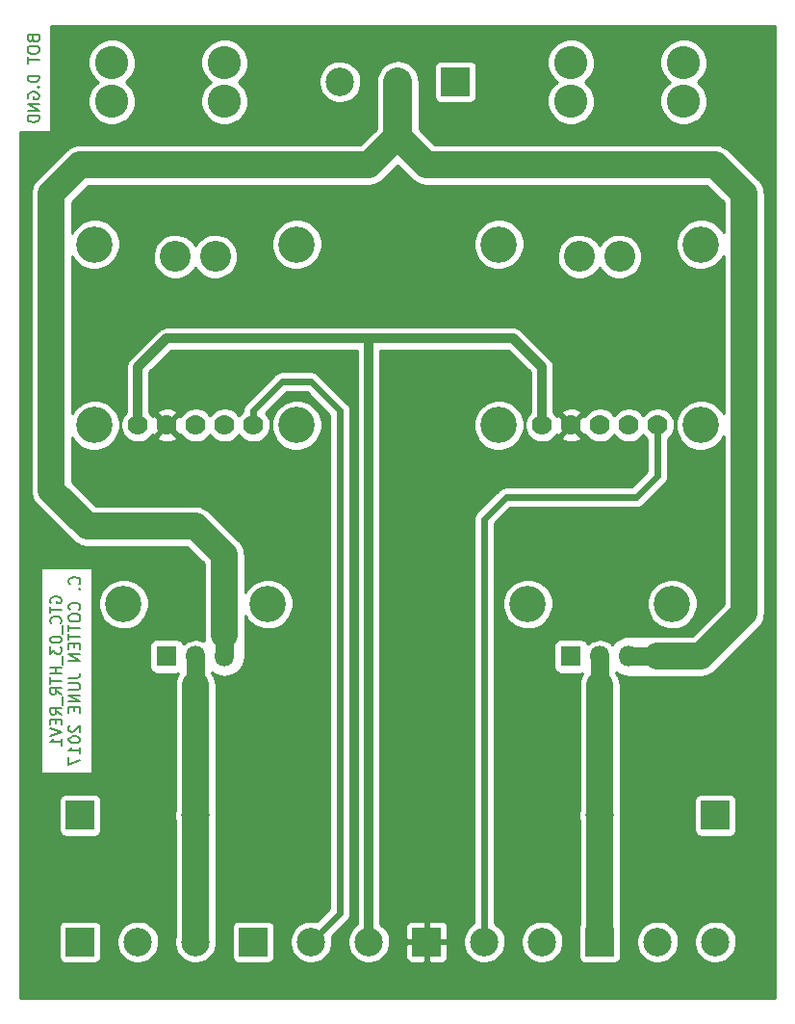
<source format=gbl>
G04 #@! TF.FileFunction,Copper,L2,Bot,Signal*
%FSLAX46Y46*%
G04 Gerber Fmt 4.6, Leading zero omitted, Abs format (unit mm)*
G04 Created by KiCad (PCBNEW 4.0.6) date 06/26/17 08:49:49*
%MOMM*%
%LPD*%
G01*
G04 APERTURE LIST*
%ADD10C,0.100000*%
%ADD11C,0.150000*%
%ADD12R,2.500000X2.500000*%
%ADD13C,2.500000*%
%ADD14R,1.800000X1.800000*%
%ADD15O,1.800000X1.800000*%
%ADD16C,2.921000*%
%ADD17C,3.200000*%
%ADD18C,3.200400*%
%ADD19C,1.778000*%
%ADD20C,2.717800*%
%ADD21C,1.625600*%
%ADD22C,2.362200*%
%ADD23C,0.609600*%
%ADD24C,2.540000*%
%ADD25C,0.812800*%
%ADD26C,0.254000*%
G04 APERTURE END LIST*
D10*
D11*
X114245000Y-102493809D02*
X114197381Y-102398571D01*
X114197381Y-102255714D01*
X114245000Y-102112856D01*
X114340238Y-102017618D01*
X114435476Y-101969999D01*
X114625952Y-101922380D01*
X114768810Y-101922380D01*
X114959286Y-101969999D01*
X115054524Y-102017618D01*
X115149762Y-102112856D01*
X115197381Y-102255714D01*
X115197381Y-102350952D01*
X115149762Y-102493809D01*
X115102143Y-102541428D01*
X114768810Y-102541428D01*
X114768810Y-102350952D01*
X114197381Y-102827142D02*
X114197381Y-103398571D01*
X115197381Y-103112856D02*
X114197381Y-103112856D01*
X115102143Y-104303333D02*
X115149762Y-104255714D01*
X115197381Y-104112857D01*
X115197381Y-104017619D01*
X115149762Y-103874761D01*
X115054524Y-103779523D01*
X114959286Y-103731904D01*
X114768810Y-103684285D01*
X114625952Y-103684285D01*
X114435476Y-103731904D01*
X114340238Y-103779523D01*
X114245000Y-103874761D01*
X114197381Y-104017619D01*
X114197381Y-104112857D01*
X114245000Y-104255714D01*
X114292619Y-104303333D01*
X115292619Y-104493809D02*
X115292619Y-105255714D01*
X114197381Y-105684285D02*
X114197381Y-105779524D01*
X114245000Y-105874762D01*
X114292619Y-105922381D01*
X114387857Y-105970000D01*
X114578333Y-106017619D01*
X114816429Y-106017619D01*
X115006905Y-105970000D01*
X115102143Y-105922381D01*
X115149762Y-105874762D01*
X115197381Y-105779524D01*
X115197381Y-105684285D01*
X115149762Y-105589047D01*
X115102143Y-105541428D01*
X115006905Y-105493809D01*
X114816429Y-105446190D01*
X114578333Y-105446190D01*
X114387857Y-105493809D01*
X114292619Y-105541428D01*
X114245000Y-105589047D01*
X114197381Y-105684285D01*
X114197381Y-106350952D02*
X114197381Y-106970000D01*
X114578333Y-106636666D01*
X114578333Y-106779524D01*
X114625952Y-106874762D01*
X114673571Y-106922381D01*
X114768810Y-106970000D01*
X115006905Y-106970000D01*
X115102143Y-106922381D01*
X115149762Y-106874762D01*
X115197381Y-106779524D01*
X115197381Y-106493809D01*
X115149762Y-106398571D01*
X115102143Y-106350952D01*
X115292619Y-107160476D02*
X115292619Y-107922381D01*
X115197381Y-108160476D02*
X114197381Y-108160476D01*
X114673571Y-108160476D02*
X114673571Y-108731905D01*
X115197381Y-108731905D02*
X114197381Y-108731905D01*
X114197381Y-109065238D02*
X114197381Y-109636667D01*
X115197381Y-109350952D02*
X114197381Y-109350952D01*
X115197381Y-110541429D02*
X114721190Y-110208095D01*
X115197381Y-109970000D02*
X114197381Y-109970000D01*
X114197381Y-110350953D01*
X114245000Y-110446191D01*
X114292619Y-110493810D01*
X114387857Y-110541429D01*
X114530714Y-110541429D01*
X114625952Y-110493810D01*
X114673571Y-110446191D01*
X114721190Y-110350953D01*
X114721190Y-109970000D01*
X115292619Y-110731905D02*
X115292619Y-111493810D01*
X115197381Y-112303334D02*
X114721190Y-111970000D01*
X115197381Y-111731905D02*
X114197381Y-111731905D01*
X114197381Y-112112858D01*
X114245000Y-112208096D01*
X114292619Y-112255715D01*
X114387857Y-112303334D01*
X114530714Y-112303334D01*
X114625952Y-112255715D01*
X114673571Y-112208096D01*
X114721190Y-112112858D01*
X114721190Y-111731905D01*
X114673571Y-112731905D02*
X114673571Y-113065239D01*
X115197381Y-113208096D02*
X115197381Y-112731905D01*
X114197381Y-112731905D01*
X114197381Y-113208096D01*
X114197381Y-113493810D02*
X115197381Y-113827143D01*
X114197381Y-114160477D01*
X115197381Y-115017620D02*
X115197381Y-114446191D01*
X115197381Y-114731905D02*
X114197381Y-114731905D01*
X114340238Y-114636667D01*
X114435476Y-114541429D01*
X114483095Y-114446191D01*
X116752143Y-100850952D02*
X116799762Y-100803333D01*
X116847381Y-100660476D01*
X116847381Y-100565238D01*
X116799762Y-100422380D01*
X116704524Y-100327142D01*
X116609286Y-100279523D01*
X116418810Y-100231904D01*
X116275952Y-100231904D01*
X116085476Y-100279523D01*
X115990238Y-100327142D01*
X115895000Y-100422380D01*
X115847381Y-100565238D01*
X115847381Y-100660476D01*
X115895000Y-100803333D01*
X115942619Y-100850952D01*
X116752143Y-101279523D02*
X116799762Y-101327142D01*
X116847381Y-101279523D01*
X116799762Y-101231904D01*
X116752143Y-101279523D01*
X116847381Y-101279523D01*
X116752143Y-103089047D02*
X116799762Y-103041428D01*
X116847381Y-102898571D01*
X116847381Y-102803333D01*
X116799762Y-102660475D01*
X116704524Y-102565237D01*
X116609286Y-102517618D01*
X116418810Y-102469999D01*
X116275952Y-102469999D01*
X116085476Y-102517618D01*
X115990238Y-102565237D01*
X115895000Y-102660475D01*
X115847381Y-102803333D01*
X115847381Y-102898571D01*
X115895000Y-103041428D01*
X115942619Y-103089047D01*
X115847381Y-103708094D02*
X115847381Y-103898571D01*
X115895000Y-103993809D01*
X115990238Y-104089047D01*
X116180714Y-104136666D01*
X116514048Y-104136666D01*
X116704524Y-104089047D01*
X116799762Y-103993809D01*
X116847381Y-103898571D01*
X116847381Y-103708094D01*
X116799762Y-103612856D01*
X116704524Y-103517618D01*
X116514048Y-103469999D01*
X116180714Y-103469999D01*
X115990238Y-103517618D01*
X115895000Y-103612856D01*
X115847381Y-103708094D01*
X115847381Y-104422380D02*
X115847381Y-104993809D01*
X116847381Y-104708094D02*
X115847381Y-104708094D01*
X115847381Y-105184285D02*
X115847381Y-105755714D01*
X116847381Y-105469999D02*
X115847381Y-105469999D01*
X116323571Y-106089047D02*
X116323571Y-106422381D01*
X116847381Y-106565238D02*
X116847381Y-106089047D01*
X115847381Y-106089047D01*
X115847381Y-106565238D01*
X116847381Y-106993809D02*
X115847381Y-106993809D01*
X116847381Y-107565238D01*
X115847381Y-107565238D01*
X115847381Y-109089048D02*
X116561667Y-109089048D01*
X116704524Y-109041428D01*
X116799762Y-108946190D01*
X116847381Y-108803333D01*
X116847381Y-108708095D01*
X115847381Y-109565238D02*
X116656905Y-109565238D01*
X116752143Y-109612857D01*
X116799762Y-109660476D01*
X116847381Y-109755714D01*
X116847381Y-109946191D01*
X116799762Y-110041429D01*
X116752143Y-110089048D01*
X116656905Y-110136667D01*
X115847381Y-110136667D01*
X116847381Y-110612857D02*
X115847381Y-110612857D01*
X116847381Y-111184286D01*
X115847381Y-111184286D01*
X116323571Y-111660476D02*
X116323571Y-111993810D01*
X116847381Y-112136667D02*
X116847381Y-111660476D01*
X115847381Y-111660476D01*
X115847381Y-112136667D01*
X115942619Y-113279524D02*
X115895000Y-113327143D01*
X115847381Y-113422381D01*
X115847381Y-113660477D01*
X115895000Y-113755715D01*
X115942619Y-113803334D01*
X116037857Y-113850953D01*
X116133095Y-113850953D01*
X116275952Y-113803334D01*
X116847381Y-113231905D01*
X116847381Y-113850953D01*
X115847381Y-114470000D02*
X115847381Y-114565239D01*
X115895000Y-114660477D01*
X115942619Y-114708096D01*
X116037857Y-114755715D01*
X116228333Y-114803334D01*
X116466429Y-114803334D01*
X116656905Y-114755715D01*
X116752143Y-114708096D01*
X116799762Y-114660477D01*
X116847381Y-114565239D01*
X116847381Y-114470000D01*
X116799762Y-114374762D01*
X116752143Y-114327143D01*
X116656905Y-114279524D01*
X116466429Y-114231905D01*
X116228333Y-114231905D01*
X116037857Y-114279524D01*
X115942619Y-114327143D01*
X115895000Y-114374762D01*
X115847381Y-114470000D01*
X116847381Y-115755715D02*
X116847381Y-115184286D01*
X116847381Y-115470000D02*
X115847381Y-115470000D01*
X115990238Y-115374762D01*
X116085476Y-115279524D01*
X116133095Y-115184286D01*
X115847381Y-116089048D02*
X115847381Y-116755715D01*
X116847381Y-116327143D01*
X112704571Y-52923810D02*
X112752190Y-53066667D01*
X112799810Y-53114286D01*
X112895048Y-53161905D01*
X113037905Y-53161905D01*
X113133143Y-53114286D01*
X113180762Y-53066667D01*
X113228381Y-52971429D01*
X113228381Y-52590476D01*
X112228381Y-52590476D01*
X112228381Y-52923810D01*
X112276000Y-53019048D01*
X112323619Y-53066667D01*
X112418857Y-53114286D01*
X112514095Y-53114286D01*
X112609333Y-53066667D01*
X112656952Y-53019048D01*
X112704571Y-52923810D01*
X112704571Y-52590476D01*
X112228381Y-53780952D02*
X112228381Y-53971429D01*
X112276000Y-54066667D01*
X112371238Y-54161905D01*
X112561714Y-54209524D01*
X112895048Y-54209524D01*
X113085524Y-54161905D01*
X113180762Y-54066667D01*
X113228381Y-53971429D01*
X113228381Y-53780952D01*
X113180762Y-53685714D01*
X113085524Y-53590476D01*
X112895048Y-53542857D01*
X112561714Y-53542857D01*
X112371238Y-53590476D01*
X112276000Y-53685714D01*
X112228381Y-53780952D01*
X112228381Y-54495238D02*
X112228381Y-55066667D01*
X113228381Y-54780952D02*
X112228381Y-54780952D01*
X113228381Y-56161905D02*
X112228381Y-56161905D01*
X112228381Y-56400000D01*
X112276000Y-56542858D01*
X112371238Y-56638096D01*
X112466476Y-56685715D01*
X112656952Y-56733334D01*
X112799810Y-56733334D01*
X112990286Y-56685715D01*
X113085524Y-56638096D01*
X113180762Y-56542858D01*
X113228381Y-56400000D01*
X113228381Y-56161905D01*
X113133143Y-57161905D02*
X113180762Y-57209524D01*
X113228381Y-57161905D01*
X113180762Y-57114286D01*
X113133143Y-57161905D01*
X113228381Y-57161905D01*
X112276000Y-58161905D02*
X112228381Y-58066667D01*
X112228381Y-57923810D01*
X112276000Y-57780952D01*
X112371238Y-57685714D01*
X112466476Y-57638095D01*
X112656952Y-57590476D01*
X112799810Y-57590476D01*
X112990286Y-57638095D01*
X113085524Y-57685714D01*
X113180762Y-57780952D01*
X113228381Y-57923810D01*
X113228381Y-58019048D01*
X113180762Y-58161905D01*
X113133143Y-58209524D01*
X112799810Y-58209524D01*
X112799810Y-58019048D01*
X113228381Y-58638095D02*
X112228381Y-58638095D01*
X113228381Y-59209524D01*
X112228381Y-59209524D01*
X113228381Y-59685714D02*
X112228381Y-59685714D01*
X112228381Y-59923809D01*
X112276000Y-60066667D01*
X112371238Y-60161905D01*
X112466476Y-60209524D01*
X112656952Y-60257143D01*
X112799810Y-60257143D01*
X112990286Y-60209524D01*
X113085524Y-60161905D01*
X113180762Y-60066667D01*
X113228381Y-59923809D01*
X113228381Y-59685714D01*
D12*
X132080000Y-132300000D03*
D13*
X137160000Y-132300000D03*
X142240000Y-132300000D03*
D12*
X147320000Y-132300000D03*
D13*
X152400000Y-132300000D03*
X157480000Y-132300000D03*
D12*
X149860000Y-56700000D03*
D13*
X144780000Y-56700000D03*
X139700000Y-56700000D03*
D12*
X116840000Y-132300000D03*
D13*
X121920000Y-132300000D03*
X127000000Y-132300000D03*
D12*
X162560000Y-132300000D03*
D13*
X167640000Y-132300000D03*
X172720000Y-132300000D03*
D14*
X124460000Y-107200000D03*
D15*
X127000000Y-107200000D03*
X129540000Y-107200000D03*
D14*
X160020000Y-107200000D03*
D15*
X162560000Y-107200000D03*
X165100000Y-107200000D03*
D16*
X129540000Y-55000000D03*
X119634000Y-55000000D03*
X129540000Y-58403600D03*
X119634000Y-58403600D03*
X160020000Y-58400000D03*
X169926000Y-58400000D03*
X160020000Y-54996400D03*
X169926000Y-54996400D03*
D17*
X120650000Y-102600000D03*
X133350000Y-102600000D03*
X156210000Y-102600000D03*
X168910000Y-102600000D03*
D12*
X116840000Y-121170000D03*
D13*
X127000000Y-121170000D03*
D12*
X172720000Y-121170000D03*
D13*
X162560000Y-121170000D03*
D18*
X135890000Y-86880000D03*
X135890000Y-70979600D03*
X118110000Y-70979600D03*
D19*
X121920000Y-86880000D03*
X124460000Y-86880000D03*
X127000000Y-86880000D03*
X129540000Y-86880000D03*
X132080000Y-86880000D03*
D20*
X128727200Y-72046400D03*
X125222000Y-72046400D03*
D18*
X118110000Y-86880000D03*
X171450000Y-86880000D03*
X171450000Y-70979600D03*
X153670000Y-70979600D03*
D19*
X157480000Y-86880000D03*
X160020000Y-86880000D03*
X162560000Y-86880000D03*
X165100000Y-86880000D03*
X167640000Y-86880000D03*
D20*
X164287200Y-72046400D03*
X160782000Y-72046400D03*
D18*
X153670000Y-86880000D03*
D21*
X127000000Y-107200000D02*
X127000000Y-109740000D01*
D22*
X127000000Y-109740000D02*
X127000000Y-121170000D01*
X127000000Y-132300000D02*
X127000000Y-121170000D01*
D21*
X162560000Y-107200000D02*
X162560000Y-109740000D01*
D22*
X162560000Y-109740000D02*
X162560000Y-121170000D01*
X162560000Y-132300000D02*
X162560000Y-121170000D01*
D23*
X132080000Y-86880000D02*
X132080000Y-85610000D01*
X139700000Y-129760000D02*
X137160000Y-132300000D01*
X139700000Y-85610000D02*
X139700000Y-129760000D01*
X137160000Y-83070000D02*
X139700000Y-85610000D01*
X134620000Y-83070000D02*
X137160000Y-83070000D01*
X132080000Y-85610000D02*
X134620000Y-83070000D01*
X167640000Y-86880000D02*
X167640000Y-91325000D01*
X167640000Y-91325000D02*
X165735000Y-93230000D01*
X165735000Y-93230000D02*
X154305000Y-93230000D01*
X154305000Y-93230000D02*
X152400000Y-95135000D01*
X152400000Y-95135000D02*
X152400000Y-132300000D01*
D21*
X165100000Y-107200000D02*
X167640000Y-107200000D01*
D22*
X171450000Y-107200000D02*
X175260000Y-103390000D01*
X175260000Y-103390000D02*
X175260000Y-66560000D01*
X175260000Y-66560000D02*
X172720000Y-64020000D01*
X172720000Y-64020000D02*
X152100000Y-64020000D01*
X147320000Y-64020000D02*
X144780000Y-61480000D01*
X152100000Y-64020000D02*
X147320000Y-64020000D01*
X167640000Y-107200000D02*
X171450000Y-107200000D01*
X129540000Y-98310000D02*
X129540000Y-105295000D01*
D21*
X129540000Y-105295000D02*
X129540000Y-107200000D01*
D22*
X144780000Y-61480000D02*
X142240000Y-64020000D01*
X142240000Y-64020000D02*
X137460000Y-64020000D01*
X114300000Y-88150000D02*
X114300000Y-92595000D01*
X114300000Y-92595000D02*
X117475000Y-95770000D01*
X117475000Y-95770000D02*
X127000000Y-95770000D01*
X127000000Y-95770000D02*
X129540000Y-98310000D01*
X116840000Y-64020000D02*
X137460000Y-64020000D01*
X114300000Y-66560000D02*
X116840000Y-64020000D01*
X114300000Y-88150000D02*
X114300000Y-66560000D01*
D24*
X144780000Y-56700000D02*
X144780000Y-61480000D01*
D21*
X144780000Y-56700000D02*
X145080000Y-56700000D01*
D25*
X142240000Y-132300000D02*
X142240000Y-79260000D01*
X121920000Y-86880000D02*
X121920000Y-81800000D01*
X157480000Y-81800000D02*
X157480000Y-86880000D01*
X154940000Y-79260000D02*
X157480000Y-81800000D01*
X124460000Y-79260000D02*
X142240000Y-79260000D01*
X142240000Y-79260000D02*
X154940000Y-79260000D01*
X121920000Y-81800000D02*
X124460000Y-79260000D01*
D26*
G36*
X177970000Y-137240000D02*
X111590000Y-137240000D01*
X111590000Y-131050000D01*
X114951928Y-131050000D01*
X114951928Y-133550000D01*
X114959992Y-133651121D01*
X115013106Y-133822634D01*
X115111900Y-133972559D01*
X115248550Y-134089025D01*
X115412237Y-134162810D01*
X115590000Y-134188072D01*
X118090000Y-134188072D01*
X118191121Y-134180008D01*
X118362634Y-134126894D01*
X118512559Y-134028100D01*
X118629025Y-133891450D01*
X118702810Y-133727763D01*
X118728072Y-133550000D01*
X118728072Y-132458496D01*
X120032522Y-132458496D01*
X120099254Y-132822091D01*
X120235338Y-133165799D01*
X120435590Y-133476529D01*
X120692382Y-133742446D01*
X120995935Y-133953420D01*
X121334684Y-134101416D01*
X121695729Y-134180797D01*
X122065315Y-134188539D01*
X122429367Y-134124346D01*
X122774017Y-133990666D01*
X123086137Y-133792588D01*
X123353840Y-133537658D01*
X123566929Y-133235586D01*
X123717286Y-132897877D01*
X123799185Y-132537396D01*
X123805081Y-132115166D01*
X123733279Y-131752539D01*
X123592410Y-131410764D01*
X123387839Y-131102860D01*
X123127358Y-130840555D01*
X122820890Y-130633839D01*
X122480107Y-130490587D01*
X122117990Y-130416255D01*
X121748331Y-130413674D01*
X121385211Y-130482943D01*
X121042461Y-130621423D01*
X120733137Y-130823840D01*
X120469019Y-131082482D01*
X120260169Y-131387500D01*
X120114542Y-131727275D01*
X120037683Y-132088864D01*
X120032522Y-132458496D01*
X118728072Y-132458496D01*
X118728072Y-131050000D01*
X118720008Y-130948879D01*
X118666894Y-130777366D01*
X118568100Y-130627441D01*
X118431450Y-130510975D01*
X118267763Y-130437190D01*
X118090000Y-130411928D01*
X115590000Y-130411928D01*
X115488879Y-130419992D01*
X115317366Y-130473106D01*
X115167441Y-130571900D01*
X115050975Y-130708550D01*
X114977190Y-130872237D01*
X114951928Y-131050000D01*
X111590000Y-131050000D01*
X111590000Y-119920000D01*
X114951928Y-119920000D01*
X114951928Y-122420000D01*
X114959992Y-122521121D01*
X115013106Y-122692634D01*
X115111900Y-122842559D01*
X115248550Y-122959025D01*
X115412237Y-123032810D01*
X115590000Y-123058072D01*
X118090000Y-123058072D01*
X118191121Y-123050008D01*
X118362634Y-122996894D01*
X118512559Y-122898100D01*
X118629025Y-122761450D01*
X118702810Y-122597763D01*
X118728072Y-122420000D01*
X118728072Y-119920000D01*
X118720008Y-119818879D01*
X118666894Y-119647366D01*
X118568100Y-119497441D01*
X118431450Y-119380975D01*
X118267763Y-119307190D01*
X118090000Y-119281928D01*
X115590000Y-119281928D01*
X115488879Y-119289992D01*
X115317366Y-119343106D01*
X115167441Y-119441900D01*
X115050975Y-119578550D01*
X114977190Y-119742237D01*
X114951928Y-119920000D01*
X111590000Y-119920000D01*
X111590000Y-99406428D01*
X113335000Y-99406428D01*
X113335000Y-117533572D01*
X117905000Y-117533572D01*
X117905000Y-102787925D01*
X118412062Y-102787925D01*
X118491185Y-103219030D01*
X118652536Y-103626557D01*
X118889970Y-103994982D01*
X119194443Y-104310273D01*
X119554358Y-104560421D01*
X119956005Y-104735896D01*
X120384087Y-104830016D01*
X120822297Y-104839195D01*
X121253944Y-104763084D01*
X121662587Y-104604582D01*
X122032661Y-104369726D01*
X122350070Y-104067461D01*
X122602724Y-103709302D01*
X122780999Y-103308889D01*
X122878105Y-102881475D01*
X122885096Y-102380847D01*
X122799962Y-101950888D01*
X122632936Y-101545654D01*
X122390381Y-101180580D01*
X122081536Y-100869571D01*
X121718164Y-100624473D01*
X121314105Y-100454622D01*
X120884751Y-100366489D01*
X120446456Y-100363429D01*
X120015914Y-100445559D01*
X119609523Y-100609752D01*
X119242764Y-100849752D01*
X118929607Y-101156419D01*
X118681978Y-101518071D01*
X118509311Y-101920933D01*
X118418182Y-102349662D01*
X118412062Y-102787925D01*
X117905000Y-102787925D01*
X117905000Y-99406428D01*
X113335000Y-99406428D01*
X111590000Y-99406428D01*
X111590000Y-66560000D01*
X112483900Y-66560000D01*
X112483900Y-92595000D01*
X112500269Y-92761941D01*
X112514891Y-92929074D01*
X112517555Y-92938243D01*
X112518487Y-92947749D01*
X112566979Y-93108363D01*
X112613777Y-93269441D01*
X112618172Y-93277919D01*
X112620932Y-93287062D01*
X112699696Y-93435195D01*
X112776891Y-93584119D01*
X112782849Y-93591582D01*
X112787332Y-93600014D01*
X112893340Y-93729992D01*
X112998018Y-93861121D01*
X113011132Y-93874420D01*
X113011349Y-93874686D01*
X113011596Y-93874890D01*
X113015823Y-93879177D01*
X116190823Y-97054177D01*
X116320453Y-97160656D01*
X116448963Y-97268489D01*
X116457332Y-97273090D01*
X116464711Y-97279151D01*
X116612538Y-97358415D01*
X116759562Y-97439242D01*
X116768666Y-97442130D01*
X116777081Y-97446642D01*
X116937480Y-97495681D01*
X117097412Y-97546414D01*
X117106904Y-97547479D01*
X117116034Y-97550270D01*
X117282860Y-97567215D01*
X117449643Y-97585923D01*
X117468320Y-97586053D01*
X117468661Y-97586088D01*
X117468979Y-97586058D01*
X117475000Y-97586100D01*
X126247746Y-97586100D01*
X127723900Y-99062253D01*
X127723900Y-105850575D01*
X127612128Y-105789127D01*
X127326571Y-105698543D01*
X127028859Y-105665150D01*
X127007427Y-105665000D01*
X126992573Y-105665000D01*
X126694423Y-105694234D01*
X126407630Y-105780822D01*
X126143117Y-105921466D01*
X125952295Y-106077097D01*
X125936894Y-106027366D01*
X125838100Y-105877441D01*
X125701450Y-105760975D01*
X125537763Y-105687190D01*
X125360000Y-105661928D01*
X123560000Y-105661928D01*
X123458879Y-105669992D01*
X123287366Y-105723106D01*
X123137441Y-105821900D01*
X123020975Y-105958550D01*
X122947190Y-106122237D01*
X122921928Y-106300000D01*
X122921928Y-108100000D01*
X122929992Y-108201121D01*
X122983106Y-108372634D01*
X123081900Y-108522559D01*
X123218550Y-108639025D01*
X123382237Y-108712810D01*
X123560000Y-108738072D01*
X125360000Y-108738072D01*
X125461121Y-108730008D01*
X125499168Y-108718226D01*
X125330758Y-109024562D01*
X125223586Y-109362412D01*
X125184077Y-109714643D01*
X125183900Y-109740000D01*
X125183900Y-120647341D01*
X125117683Y-120958864D01*
X125112522Y-121328496D01*
X125179254Y-121692091D01*
X125183900Y-121703825D01*
X125183900Y-131777341D01*
X125117683Y-132088864D01*
X125112522Y-132458496D01*
X125179254Y-132822091D01*
X125315338Y-133165799D01*
X125515590Y-133476529D01*
X125772382Y-133742446D01*
X126075935Y-133953420D01*
X126414684Y-134101416D01*
X126775729Y-134180797D01*
X127145315Y-134188539D01*
X127509367Y-134124346D01*
X127854017Y-133990666D01*
X128166137Y-133792588D01*
X128433840Y-133537658D01*
X128646929Y-133235586D01*
X128797286Y-132897877D01*
X128879185Y-132537396D01*
X128885081Y-132115166D01*
X128816100Y-131766786D01*
X128816100Y-131050000D01*
X130191928Y-131050000D01*
X130191928Y-133550000D01*
X130199992Y-133651121D01*
X130253106Y-133822634D01*
X130351900Y-133972559D01*
X130488550Y-134089025D01*
X130652237Y-134162810D01*
X130830000Y-134188072D01*
X133330000Y-134188072D01*
X133431121Y-134180008D01*
X133602634Y-134126894D01*
X133752559Y-134028100D01*
X133869025Y-133891450D01*
X133942810Y-133727763D01*
X133968072Y-133550000D01*
X133968072Y-131050000D01*
X133960008Y-130948879D01*
X133906894Y-130777366D01*
X133808100Y-130627441D01*
X133671450Y-130510975D01*
X133507763Y-130437190D01*
X133330000Y-130411928D01*
X130830000Y-130411928D01*
X130728879Y-130419992D01*
X130557366Y-130473106D01*
X130407441Y-130571900D01*
X130290975Y-130708550D01*
X130217190Y-130872237D01*
X130191928Y-131050000D01*
X128816100Y-131050000D01*
X128816100Y-121685067D01*
X128879185Y-121407396D01*
X128885081Y-120985166D01*
X128816100Y-120636786D01*
X128816100Y-109740000D01*
X128781513Y-109387251D01*
X128679068Y-109047938D01*
X128512668Y-108734986D01*
X128447800Y-108655450D01*
X128447800Y-108642205D01*
X128524450Y-108705615D01*
X128836233Y-108874196D01*
X129174822Y-108979007D01*
X129527321Y-109016056D01*
X129880303Y-108983932D01*
X130220323Y-108883859D01*
X130534430Y-108719648D01*
X130810659Y-108497554D01*
X131038489Y-108226037D01*
X131209242Y-107915438D01*
X131316414Y-107577588D01*
X131355923Y-107225357D01*
X131356100Y-107200000D01*
X131356100Y-103632087D01*
X131589970Y-103994982D01*
X131894443Y-104310273D01*
X132254358Y-104560421D01*
X132656005Y-104735896D01*
X133084087Y-104830016D01*
X133522297Y-104839195D01*
X133953944Y-104763084D01*
X134362587Y-104604582D01*
X134732661Y-104369726D01*
X135050070Y-104067461D01*
X135302724Y-103709302D01*
X135480999Y-103308889D01*
X135578105Y-102881475D01*
X135585096Y-102380847D01*
X135499962Y-101950888D01*
X135332936Y-101545654D01*
X135090381Y-101180580D01*
X134781536Y-100869571D01*
X134418164Y-100624473D01*
X134014105Y-100454622D01*
X133584751Y-100366489D01*
X133146456Y-100363429D01*
X132715914Y-100445559D01*
X132309523Y-100609752D01*
X131942764Y-100849752D01*
X131629607Y-101156419D01*
X131381978Y-101518071D01*
X131356100Y-101578449D01*
X131356100Y-98310000D01*
X131339732Y-98143063D01*
X131325109Y-97975926D01*
X131322445Y-97966756D01*
X131321513Y-97957251D01*
X131273025Y-97796650D01*
X131226223Y-97635558D01*
X131221828Y-97627079D01*
X131219068Y-97617938D01*
X131140325Y-97469844D01*
X131063109Y-97320880D01*
X131057150Y-97313415D01*
X131052668Y-97304986D01*
X130946673Y-97175023D01*
X130841981Y-97043878D01*
X130828872Y-97030585D01*
X130828651Y-97030314D01*
X130828400Y-97030107D01*
X130824176Y-97025823D01*
X128284177Y-94485823D01*
X128154547Y-94379344D01*
X128026037Y-94271511D01*
X128017668Y-94266910D01*
X128010289Y-94260849D01*
X127862462Y-94181585D01*
X127715438Y-94100758D01*
X127706334Y-94097870D01*
X127697919Y-94093358D01*
X127537520Y-94044319D01*
X127377588Y-93993586D01*
X127368096Y-93992521D01*
X127358966Y-93989730D01*
X127192095Y-93972780D01*
X127025357Y-93954077D01*
X127006690Y-93953947D01*
X127006339Y-93953911D01*
X127006011Y-93953942D01*
X127000000Y-93953900D01*
X118227254Y-93953900D01*
X116116100Y-91842746D01*
X116116100Y-87912457D01*
X116349813Y-88275107D01*
X116654313Y-88590426D01*
X117014260Y-88840596D01*
X117415943Y-89016087D01*
X117844063Y-89110215D01*
X118282312Y-89119395D01*
X118713998Y-89043278D01*
X119122678Y-88884761D01*
X119492785Y-88649884D01*
X119810222Y-88347592D01*
X120062899Y-87989401D01*
X120241190Y-87588952D01*
X120338305Y-87161500D01*
X120340446Y-87008142D01*
X120393997Y-87008142D01*
X120447949Y-87302104D01*
X120557971Y-87579988D01*
X120719872Y-87831210D01*
X120927486Y-88046200D01*
X121172904Y-88216770D01*
X121446779Y-88336423D01*
X121738679Y-88400602D01*
X122037486Y-88406861D01*
X122331817Y-88354962D01*
X122610462Y-88246883D01*
X122862808Y-88086739D01*
X123020857Y-87936231D01*
X123583374Y-87936231D01*
X123665727Y-88189289D01*
X123936418Y-88319086D01*
X124227230Y-88393580D01*
X124526988Y-88409908D01*
X124824171Y-88367443D01*
X125107359Y-88267816D01*
X125254273Y-88189289D01*
X125336626Y-87936231D01*
X124460000Y-87059605D01*
X123583374Y-87936231D01*
X123020857Y-87936231D01*
X123079243Y-87880631D01*
X123210977Y-87693886D01*
X123403769Y-87756626D01*
X124280395Y-86880000D01*
X124639605Y-86880000D01*
X125516231Y-87756626D01*
X125710965Y-87693253D01*
X125799872Y-87831210D01*
X126007486Y-88046200D01*
X126252904Y-88216770D01*
X126526779Y-88336423D01*
X126818679Y-88400602D01*
X127117486Y-88406861D01*
X127411817Y-88354962D01*
X127690462Y-88246883D01*
X127942808Y-88086739D01*
X128159243Y-87880631D01*
X128270281Y-87723225D01*
X128339872Y-87831210D01*
X128547486Y-88046200D01*
X128792904Y-88216770D01*
X129066779Y-88336423D01*
X129358679Y-88400602D01*
X129657486Y-88406861D01*
X129951817Y-88354962D01*
X130230462Y-88246883D01*
X130482808Y-88086739D01*
X130699243Y-87880631D01*
X130810281Y-87723225D01*
X130879872Y-87831210D01*
X131087486Y-88046200D01*
X131332904Y-88216770D01*
X131606779Y-88336423D01*
X131898679Y-88400602D01*
X132197486Y-88406861D01*
X132491817Y-88354962D01*
X132770462Y-88246883D01*
X133022808Y-88086739D01*
X133239243Y-87880631D01*
X133411522Y-87636410D01*
X133533084Y-87363377D01*
X133599299Y-87071932D01*
X133599354Y-87067942D01*
X133651862Y-87067942D01*
X133730992Y-87499086D01*
X133892357Y-87906649D01*
X134129813Y-88275107D01*
X134434313Y-88590426D01*
X134794260Y-88840596D01*
X135195943Y-89016087D01*
X135624063Y-89110215D01*
X136062312Y-89119395D01*
X136493998Y-89043278D01*
X136902678Y-88884761D01*
X137272785Y-88649884D01*
X137590222Y-88347592D01*
X137842899Y-87989401D01*
X138021190Y-87588952D01*
X138118305Y-87161500D01*
X138125296Y-86660827D01*
X138040154Y-86230830D01*
X137873114Y-85825560D01*
X137630537Y-85460453D01*
X137321664Y-85149416D01*
X136958259Y-84904296D01*
X136554165Y-84734430D01*
X136124772Y-84646289D01*
X135686438Y-84643229D01*
X135255857Y-84725366D01*
X134849430Y-84889573D01*
X134482638Y-85129595D01*
X134169453Y-85436289D01*
X133921802Y-85797974D01*
X133749119Y-86200873D01*
X133657982Y-86629639D01*
X133651862Y-87067942D01*
X133599354Y-87067942D01*
X133604065Y-86730564D01*
X133546014Y-86437384D01*
X133432123Y-86161063D01*
X133266730Y-85912127D01*
X133187119Y-85831959D01*
X135009278Y-84009800D01*
X136770722Y-84009800D01*
X138760200Y-85999278D01*
X138760200Y-129370722D01*
X137653921Y-130477001D01*
X137357990Y-130416255D01*
X136988331Y-130413674D01*
X136625211Y-130482943D01*
X136282461Y-130621423D01*
X135973137Y-130823840D01*
X135709019Y-131082482D01*
X135500169Y-131387500D01*
X135354542Y-131727275D01*
X135277683Y-132088864D01*
X135272522Y-132458496D01*
X135339254Y-132822091D01*
X135475338Y-133165799D01*
X135675590Y-133476529D01*
X135932382Y-133742446D01*
X136235935Y-133953420D01*
X136574684Y-134101416D01*
X136935729Y-134180797D01*
X137305315Y-134188539D01*
X137669367Y-134124346D01*
X138014017Y-133990666D01*
X138326137Y-133792588D01*
X138593840Y-133537658D01*
X138806929Y-133235586D01*
X138957286Y-132897877D01*
X139039185Y-132537396D01*
X139045081Y-132115166D01*
X138983735Y-131805343D01*
X140364539Y-130424539D01*
X140419636Y-130357463D01*
X140475442Y-130290956D01*
X140477823Y-130286625D01*
X140480959Y-130282807D01*
X140521963Y-130206334D01*
X140563803Y-130130227D01*
X140565298Y-130125514D01*
X140567632Y-130121161D01*
X140592999Y-130038188D01*
X140619263Y-129955395D01*
X140619814Y-129950482D01*
X140621258Y-129945759D01*
X140630029Y-129859416D01*
X140639708Y-129773122D01*
X140639776Y-129763461D01*
X140639794Y-129763281D01*
X140639778Y-129763114D01*
X140639800Y-129760000D01*
X140639800Y-85610000D01*
X140631328Y-85523594D01*
X140623763Y-85437122D01*
X140622384Y-85432376D01*
X140621902Y-85427459D01*
X140596816Y-85344373D01*
X140572591Y-85260989D01*
X140570316Y-85256601D01*
X140568888Y-85251870D01*
X140528136Y-85175227D01*
X140488182Y-85098148D01*
X140485099Y-85094285D01*
X140482779Y-85089923D01*
X140427905Y-85022640D01*
X140373752Y-84954804D01*
X140366971Y-84947928D01*
X140366855Y-84947785D01*
X140366723Y-84947676D01*
X140364539Y-84945461D01*
X137824539Y-82405461D01*
X137757463Y-82350364D01*
X137690956Y-82294558D01*
X137686625Y-82292177D01*
X137682807Y-82289041D01*
X137606317Y-82248028D01*
X137530227Y-82206197D01*
X137525516Y-82204702D01*
X137521160Y-82202367D01*
X137438169Y-82176994D01*
X137355395Y-82150737D01*
X137350480Y-82150186D01*
X137345758Y-82148742D01*
X137259421Y-82139972D01*
X137173122Y-82130292D01*
X137163461Y-82130224D01*
X137163281Y-82130206D01*
X137163114Y-82130222D01*
X137160000Y-82130200D01*
X134620000Y-82130200D01*
X134533594Y-82138672D01*
X134447122Y-82146237D01*
X134442376Y-82147616D01*
X134437459Y-82148098D01*
X134354373Y-82173184D01*
X134270989Y-82197409D01*
X134266601Y-82199684D01*
X134261870Y-82201112D01*
X134185227Y-82241864D01*
X134108148Y-82281818D01*
X134104285Y-82284901D01*
X134099923Y-82287221D01*
X134032640Y-82342095D01*
X133964804Y-82396248D01*
X133957928Y-82403029D01*
X133957785Y-82403145D01*
X133957676Y-82403277D01*
X133955461Y-82405461D01*
X131415461Y-84945461D01*
X131360364Y-85012537D01*
X131304558Y-85079044D01*
X131302177Y-85083375D01*
X131299041Y-85087193D01*
X131258028Y-85163683D01*
X131216197Y-85239773D01*
X131214702Y-85244484D01*
X131212367Y-85248840D01*
X131186994Y-85331831D01*
X131160737Y-85414605D01*
X131160186Y-85419520D01*
X131158742Y-85424242D01*
X131149972Y-85510579D01*
X131140292Y-85596878D01*
X131140224Y-85606539D01*
X131140206Y-85606719D01*
X131140222Y-85606886D01*
X131140200Y-85610000D01*
X131140200Y-85673608D01*
X131120435Y-85686542D01*
X130906899Y-85895652D01*
X130809903Y-86037312D01*
X130726730Y-85912127D01*
X130516135Y-85700056D01*
X130268359Y-85532929D01*
X129992840Y-85417112D01*
X129700072Y-85357015D01*
X129401208Y-85354929D01*
X129107630Y-85410932D01*
X128830520Y-85522891D01*
X128580435Y-85686542D01*
X128366899Y-85895652D01*
X128269903Y-86037312D01*
X128186730Y-85912127D01*
X127976135Y-85700056D01*
X127728359Y-85532929D01*
X127452840Y-85417112D01*
X127160072Y-85357015D01*
X126861208Y-85354929D01*
X126567630Y-85410932D01*
X126290520Y-85522891D01*
X126040435Y-85686542D01*
X125826899Y-85895652D01*
X125709970Y-86066423D01*
X125516231Y-86003374D01*
X124639605Y-86880000D01*
X124280395Y-86880000D01*
X123403769Y-86003374D01*
X123209384Y-86066633D01*
X123106730Y-85912127D01*
X123018988Y-85823769D01*
X123583374Y-85823769D01*
X124460000Y-86700395D01*
X125336626Y-85823769D01*
X125254273Y-85570711D01*
X124983582Y-85440914D01*
X124692770Y-85366420D01*
X124393012Y-85350092D01*
X124095829Y-85392557D01*
X123812641Y-85492184D01*
X123665727Y-85570711D01*
X123583374Y-85823769D01*
X123018988Y-85823769D01*
X122961400Y-85765778D01*
X122961400Y-82231362D01*
X124891362Y-80301400D01*
X141198600Y-80301400D01*
X141198600Y-130728651D01*
X141053137Y-130823840D01*
X140789019Y-131082482D01*
X140580169Y-131387500D01*
X140434542Y-131727275D01*
X140357683Y-132088864D01*
X140352522Y-132458496D01*
X140419254Y-132822091D01*
X140555338Y-133165799D01*
X140755590Y-133476529D01*
X141012382Y-133742446D01*
X141315935Y-133953420D01*
X141654684Y-134101416D01*
X142015729Y-134180797D01*
X142385315Y-134188539D01*
X142749367Y-134124346D01*
X143094017Y-133990666D01*
X143406137Y-133792588D01*
X143673840Y-133537658D01*
X143886929Y-133235586D01*
X144037286Y-132897877D01*
X144108199Y-132585750D01*
X145435000Y-132585750D01*
X145435000Y-133612542D01*
X145459403Y-133735223D01*
X145507270Y-133850785D01*
X145576763Y-133954789D01*
X145665211Y-134043237D01*
X145769215Y-134112730D01*
X145884777Y-134160597D01*
X146007458Y-134185000D01*
X147034250Y-134185000D01*
X147193000Y-134026250D01*
X147193000Y-132427000D01*
X147447000Y-132427000D01*
X147447000Y-134026250D01*
X147605750Y-134185000D01*
X148632542Y-134185000D01*
X148755223Y-134160597D01*
X148870785Y-134112730D01*
X148974789Y-134043237D01*
X149063237Y-133954789D01*
X149132730Y-133850785D01*
X149180597Y-133735223D01*
X149205000Y-133612542D01*
X149205000Y-132585750D01*
X149077746Y-132458496D01*
X150512522Y-132458496D01*
X150579254Y-132822091D01*
X150715338Y-133165799D01*
X150915590Y-133476529D01*
X151172382Y-133742446D01*
X151475935Y-133953420D01*
X151814684Y-134101416D01*
X152175729Y-134180797D01*
X152545315Y-134188539D01*
X152909367Y-134124346D01*
X153254017Y-133990666D01*
X153566137Y-133792588D01*
X153833840Y-133537658D01*
X154046929Y-133235586D01*
X154197286Y-132897877D01*
X154279185Y-132537396D01*
X154280286Y-132458496D01*
X155592522Y-132458496D01*
X155659254Y-132822091D01*
X155795338Y-133165799D01*
X155995590Y-133476529D01*
X156252382Y-133742446D01*
X156555935Y-133953420D01*
X156894684Y-134101416D01*
X157255729Y-134180797D01*
X157625315Y-134188539D01*
X157989367Y-134124346D01*
X158334017Y-133990666D01*
X158646137Y-133792588D01*
X158913840Y-133537658D01*
X159126929Y-133235586D01*
X159277286Y-132897877D01*
X159359185Y-132537396D01*
X159365081Y-132115166D01*
X159293279Y-131752539D01*
X159152410Y-131410764D01*
X158947839Y-131102860D01*
X158687358Y-130840555D01*
X158380890Y-130633839D01*
X158040107Y-130490587D01*
X157677990Y-130416255D01*
X157308331Y-130413674D01*
X156945211Y-130482943D01*
X156602461Y-130621423D01*
X156293137Y-130823840D01*
X156029019Y-131082482D01*
X155820169Y-131387500D01*
X155674542Y-131727275D01*
X155597683Y-132088864D01*
X155592522Y-132458496D01*
X154280286Y-132458496D01*
X154285081Y-132115166D01*
X154213279Y-131752539D01*
X154072410Y-131410764D01*
X153867839Y-131102860D01*
X153607358Y-130840555D01*
X153339800Y-130660084D01*
X153339800Y-102787925D01*
X153972062Y-102787925D01*
X154051185Y-103219030D01*
X154212536Y-103626557D01*
X154449970Y-103994982D01*
X154754443Y-104310273D01*
X155114358Y-104560421D01*
X155516005Y-104735896D01*
X155944087Y-104830016D01*
X156382297Y-104839195D01*
X156813944Y-104763084D01*
X157222587Y-104604582D01*
X157592661Y-104369726D01*
X157910070Y-104067461D01*
X158162724Y-103709302D01*
X158340999Y-103308889D01*
X158438105Y-102881475D01*
X158439411Y-102787925D01*
X166672062Y-102787925D01*
X166751185Y-103219030D01*
X166912536Y-103626557D01*
X167149970Y-103994982D01*
X167454443Y-104310273D01*
X167814358Y-104560421D01*
X168216005Y-104735896D01*
X168644087Y-104830016D01*
X169082297Y-104839195D01*
X169513944Y-104763084D01*
X169922587Y-104604582D01*
X170292661Y-104369726D01*
X170610070Y-104067461D01*
X170862724Y-103709302D01*
X171040999Y-103308889D01*
X171138105Y-102881475D01*
X171145096Y-102380847D01*
X171059962Y-101950888D01*
X170892936Y-101545654D01*
X170650381Y-101180580D01*
X170341536Y-100869571D01*
X169978164Y-100624473D01*
X169574105Y-100454622D01*
X169144751Y-100366489D01*
X168706456Y-100363429D01*
X168275914Y-100445559D01*
X167869523Y-100609752D01*
X167502764Y-100849752D01*
X167189607Y-101156419D01*
X166941978Y-101518071D01*
X166769311Y-101920933D01*
X166678182Y-102349662D01*
X166672062Y-102787925D01*
X158439411Y-102787925D01*
X158445096Y-102380847D01*
X158359962Y-101950888D01*
X158192936Y-101545654D01*
X157950381Y-101180580D01*
X157641536Y-100869571D01*
X157278164Y-100624473D01*
X156874105Y-100454622D01*
X156444751Y-100366489D01*
X156006456Y-100363429D01*
X155575914Y-100445559D01*
X155169523Y-100609752D01*
X154802764Y-100849752D01*
X154489607Y-101156419D01*
X154241978Y-101518071D01*
X154069311Y-101920933D01*
X153978182Y-102349662D01*
X153972062Y-102787925D01*
X153339800Y-102787925D01*
X153339800Y-95524278D01*
X154694278Y-94169800D01*
X165735000Y-94169800D01*
X165821410Y-94161328D01*
X165907878Y-94153763D01*
X165912624Y-94152384D01*
X165917541Y-94151902D01*
X166000627Y-94126816D01*
X166084011Y-94102591D01*
X166088399Y-94100316D01*
X166093130Y-94098888D01*
X166169773Y-94058136D01*
X166246852Y-94018182D01*
X166250715Y-94015099D01*
X166255077Y-94012779D01*
X166322354Y-93957910D01*
X166390195Y-93903753D01*
X166397072Y-93896971D01*
X166397215Y-93896855D01*
X166397324Y-93896723D01*
X166399539Y-93894539D01*
X168304539Y-91989539D01*
X168359636Y-91922463D01*
X168415442Y-91855956D01*
X168417823Y-91851625D01*
X168420959Y-91847807D01*
X168461972Y-91771317D01*
X168503803Y-91695227D01*
X168505298Y-91690516D01*
X168507633Y-91686160D01*
X168533006Y-91603169D01*
X168559263Y-91520395D01*
X168559814Y-91515480D01*
X168561258Y-91510758D01*
X168570033Y-91424376D01*
X168579708Y-91338122D01*
X168579776Y-91328471D01*
X168579795Y-91328281D01*
X168579778Y-91328104D01*
X168579800Y-91325000D01*
X168579800Y-88088648D01*
X168582808Y-88086739D01*
X168799243Y-87880631D01*
X168971522Y-87636410D01*
X169093084Y-87363377D01*
X169159299Y-87071932D01*
X169164065Y-86730564D01*
X169106014Y-86437384D01*
X168992123Y-86161063D01*
X168826730Y-85912127D01*
X168616135Y-85700056D01*
X168368359Y-85532929D01*
X168092840Y-85417112D01*
X167800072Y-85357015D01*
X167501208Y-85354929D01*
X167207630Y-85410932D01*
X166930520Y-85522891D01*
X166680435Y-85686542D01*
X166466899Y-85895652D01*
X166369903Y-86037312D01*
X166286730Y-85912127D01*
X166076135Y-85700056D01*
X165828359Y-85532929D01*
X165552840Y-85417112D01*
X165260072Y-85357015D01*
X164961208Y-85354929D01*
X164667630Y-85410932D01*
X164390520Y-85522891D01*
X164140435Y-85686542D01*
X163926899Y-85895652D01*
X163829903Y-86037312D01*
X163746730Y-85912127D01*
X163536135Y-85700056D01*
X163288359Y-85532929D01*
X163012840Y-85417112D01*
X162720072Y-85357015D01*
X162421208Y-85354929D01*
X162127630Y-85410932D01*
X161850520Y-85522891D01*
X161600435Y-85686542D01*
X161386899Y-85895652D01*
X161269970Y-86066423D01*
X161076231Y-86003374D01*
X160199605Y-86880000D01*
X161076231Y-87756626D01*
X161270965Y-87693253D01*
X161359872Y-87831210D01*
X161567486Y-88046200D01*
X161812904Y-88216770D01*
X162086779Y-88336423D01*
X162378679Y-88400602D01*
X162677486Y-88406861D01*
X162971817Y-88354962D01*
X163250462Y-88246883D01*
X163502808Y-88086739D01*
X163719243Y-87880631D01*
X163830281Y-87723225D01*
X163899872Y-87831210D01*
X164107486Y-88046200D01*
X164352904Y-88216770D01*
X164626779Y-88336423D01*
X164918679Y-88400602D01*
X165217486Y-88406861D01*
X165511817Y-88354962D01*
X165790462Y-88246883D01*
X166042808Y-88086739D01*
X166259243Y-87880631D01*
X166370281Y-87723225D01*
X166439872Y-87831210D01*
X166647486Y-88046200D01*
X166700200Y-88082837D01*
X166700200Y-90935722D01*
X165345722Y-92290200D01*
X154305000Y-92290200D01*
X154218635Y-92298668D01*
X154132122Y-92306237D01*
X154127376Y-92307616D01*
X154122459Y-92308098D01*
X154039373Y-92333184D01*
X153955989Y-92357409D01*
X153951601Y-92359684D01*
X153946870Y-92361112D01*
X153870227Y-92401864D01*
X153793148Y-92441818D01*
X153789285Y-92444901D01*
X153784923Y-92447221D01*
X153717646Y-92502090D01*
X153649805Y-92556247D01*
X153642928Y-92563029D01*
X153642785Y-92563145D01*
X153642676Y-92563277D01*
X153640461Y-92565461D01*
X151735461Y-94470461D01*
X151680364Y-94537537D01*
X151624558Y-94604044D01*
X151622177Y-94608375D01*
X151619041Y-94612193D01*
X151578028Y-94688683D01*
X151536197Y-94764773D01*
X151534702Y-94769484D01*
X151532367Y-94773840D01*
X151506994Y-94856831D01*
X151480737Y-94939605D01*
X151480186Y-94944520D01*
X151478742Y-94949242D01*
X151469972Y-95035579D01*
X151460292Y-95121878D01*
X151460224Y-95131539D01*
X151460206Y-95131719D01*
X151460222Y-95131886D01*
X151460200Y-95135000D01*
X151460200Y-130662166D01*
X151213137Y-130823840D01*
X150949019Y-131082482D01*
X150740169Y-131387500D01*
X150594542Y-131727275D01*
X150517683Y-132088864D01*
X150512522Y-132458496D01*
X149077746Y-132458496D01*
X149046250Y-132427000D01*
X147447000Y-132427000D01*
X147193000Y-132427000D01*
X145593750Y-132427000D01*
X145435000Y-132585750D01*
X144108199Y-132585750D01*
X144119185Y-132537396D01*
X144125081Y-132115166D01*
X144053279Y-131752539D01*
X143912410Y-131410764D01*
X143707839Y-131102860D01*
X143593240Y-130987458D01*
X145435000Y-130987458D01*
X145435000Y-132014250D01*
X145593750Y-132173000D01*
X147193000Y-132173000D01*
X147193000Y-130573750D01*
X147447000Y-130573750D01*
X147447000Y-132173000D01*
X149046250Y-132173000D01*
X149205000Y-132014250D01*
X149205000Y-130987458D01*
X149180597Y-130864777D01*
X149132730Y-130749215D01*
X149063237Y-130645211D01*
X148974789Y-130556763D01*
X148870785Y-130487270D01*
X148755223Y-130439403D01*
X148632542Y-130415000D01*
X147605750Y-130415000D01*
X147447000Y-130573750D01*
X147193000Y-130573750D01*
X147034250Y-130415000D01*
X146007458Y-130415000D01*
X145884777Y-130439403D01*
X145769215Y-130487270D01*
X145665211Y-130556763D01*
X145576763Y-130645211D01*
X145507270Y-130749215D01*
X145459403Y-130864777D01*
X145435000Y-130987458D01*
X143593240Y-130987458D01*
X143447358Y-130840555D01*
X143281400Y-130728615D01*
X143281400Y-87067942D01*
X151431862Y-87067942D01*
X151510992Y-87499086D01*
X151672357Y-87906649D01*
X151909813Y-88275107D01*
X152214313Y-88590426D01*
X152574260Y-88840596D01*
X152975943Y-89016087D01*
X153404063Y-89110215D01*
X153842312Y-89119395D01*
X154273998Y-89043278D01*
X154682678Y-88884761D01*
X155052785Y-88649884D01*
X155370222Y-88347592D01*
X155622899Y-87989401D01*
X155801190Y-87588952D01*
X155898305Y-87161500D01*
X155905296Y-86660827D01*
X155820154Y-86230830D01*
X155653114Y-85825560D01*
X155410537Y-85460453D01*
X155101664Y-85149416D01*
X154738259Y-84904296D01*
X154334165Y-84734430D01*
X153904772Y-84646289D01*
X153466438Y-84643229D01*
X153035857Y-84725366D01*
X152629430Y-84889573D01*
X152262638Y-85129595D01*
X151949453Y-85436289D01*
X151701802Y-85797974D01*
X151529119Y-86200873D01*
X151437982Y-86629639D01*
X151431862Y-87067942D01*
X143281400Y-87067942D01*
X143281400Y-80301400D01*
X154508638Y-80301400D01*
X156438600Y-82231362D01*
X156438600Y-85766681D01*
X156306899Y-85895652D01*
X156138047Y-86142255D01*
X156020309Y-86416959D01*
X155958170Y-86709299D01*
X155953997Y-87008142D01*
X156007949Y-87302104D01*
X156117971Y-87579988D01*
X156279872Y-87831210D01*
X156487486Y-88046200D01*
X156732904Y-88216770D01*
X157006779Y-88336423D01*
X157298679Y-88400602D01*
X157597486Y-88406861D01*
X157891817Y-88354962D01*
X158170462Y-88246883D01*
X158422808Y-88086739D01*
X158580857Y-87936231D01*
X159143374Y-87936231D01*
X159225727Y-88189289D01*
X159496418Y-88319086D01*
X159787230Y-88393580D01*
X160086988Y-88409908D01*
X160384171Y-88367443D01*
X160667359Y-88267816D01*
X160814273Y-88189289D01*
X160896626Y-87936231D01*
X160020000Y-87059605D01*
X159143374Y-87936231D01*
X158580857Y-87936231D01*
X158639243Y-87880631D01*
X158770977Y-87693886D01*
X158963769Y-87756626D01*
X159840395Y-86880000D01*
X158963769Y-86003374D01*
X158769384Y-86066633D01*
X158666730Y-85912127D01*
X158578988Y-85823769D01*
X159143374Y-85823769D01*
X160020000Y-86700395D01*
X160896626Y-85823769D01*
X160814273Y-85570711D01*
X160543582Y-85440914D01*
X160252770Y-85366420D01*
X159953012Y-85350092D01*
X159655829Y-85392557D01*
X159372641Y-85492184D01*
X159225727Y-85570711D01*
X159143374Y-85823769D01*
X158578988Y-85823769D01*
X158521400Y-85765778D01*
X158521400Y-81800000D01*
X158512008Y-81704216D01*
X158503629Y-81608433D01*
X158502101Y-81603175D01*
X158501567Y-81597724D01*
X158473761Y-81505628D01*
X158446925Y-81413257D01*
X158444405Y-81408395D01*
X158442822Y-81403153D01*
X158397667Y-81318228D01*
X158353391Y-81232812D01*
X158349974Y-81228532D01*
X158347404Y-81223698D01*
X158286601Y-81149147D01*
X158226590Y-81073972D01*
X158219075Y-81066351D01*
X158218947Y-81066194D01*
X158218801Y-81066074D01*
X158216381Y-81063619D01*
X155676381Y-78523619D01*
X155602028Y-78462544D01*
X155528357Y-78400727D01*
X155523560Y-78398090D01*
X155519326Y-78394612D01*
X155434546Y-78349154D01*
X155350251Y-78302812D01*
X155345029Y-78301155D01*
X155340205Y-78298569D01*
X155248259Y-78270458D01*
X155156519Y-78241357D01*
X155151074Y-78240746D01*
X155145840Y-78239146D01*
X155050121Y-78229423D01*
X154954540Y-78218702D01*
X154943841Y-78218627D01*
X154943635Y-78218606D01*
X154943443Y-78218624D01*
X154940000Y-78218600D01*
X124460000Y-78218600D01*
X124364216Y-78227992D01*
X124268433Y-78236371D01*
X124263175Y-78237899D01*
X124257724Y-78238433D01*
X124165628Y-78266239D01*
X124073257Y-78293075D01*
X124068395Y-78295595D01*
X124063153Y-78297178D01*
X123978228Y-78342333D01*
X123892812Y-78386609D01*
X123888532Y-78390026D01*
X123883698Y-78392596D01*
X123809147Y-78453399D01*
X123733972Y-78513410D01*
X123726351Y-78520925D01*
X123726194Y-78521053D01*
X123726074Y-78521199D01*
X123723619Y-78523619D01*
X121183619Y-81063619D01*
X121122544Y-81137972D01*
X121060727Y-81211643D01*
X121058090Y-81216440D01*
X121054612Y-81220674D01*
X121009154Y-81305454D01*
X120962812Y-81389749D01*
X120961155Y-81394971D01*
X120958569Y-81399795D01*
X120930458Y-81491741D01*
X120901357Y-81583481D01*
X120900746Y-81588926D01*
X120899146Y-81594160D01*
X120889423Y-81689879D01*
X120878702Y-81785460D01*
X120878627Y-81796159D01*
X120878606Y-81796365D01*
X120878624Y-81796557D01*
X120878600Y-81800000D01*
X120878600Y-85766681D01*
X120746899Y-85895652D01*
X120578047Y-86142255D01*
X120460309Y-86416959D01*
X120398170Y-86709299D01*
X120393997Y-87008142D01*
X120340446Y-87008142D01*
X120345296Y-86660827D01*
X120260154Y-86230830D01*
X120093114Y-85825560D01*
X119850537Y-85460453D01*
X119541664Y-85149416D01*
X119178259Y-84904296D01*
X118774165Y-84734430D01*
X118344772Y-84646289D01*
X117906438Y-84643229D01*
X117475857Y-84725366D01*
X117069430Y-84889573D01*
X116702638Y-85129595D01*
X116389453Y-85436289D01*
X116141802Y-85797974D01*
X116116100Y-85857941D01*
X116116100Y-72012057D01*
X116349813Y-72374707D01*
X116654313Y-72690026D01*
X117014260Y-72940196D01*
X117415943Y-73115687D01*
X117844063Y-73209815D01*
X118282312Y-73218995D01*
X118713998Y-73142878D01*
X119122678Y-72984361D01*
X119492785Y-72749484D01*
X119810222Y-72447192D01*
X119974684Y-72214053D01*
X123225479Y-72214053D01*
X123296066Y-72598653D01*
X123440012Y-72962218D01*
X123651833Y-73290899D01*
X123923461Y-73572179D01*
X124244550Y-73795341D01*
X124602870Y-73951887D01*
X124984772Y-74035854D01*
X125375710Y-74044043D01*
X125760794Y-73976142D01*
X126125355Y-73834739D01*
X126455507Y-73625217D01*
X126738676Y-73355560D01*
X126964075Y-73036036D01*
X126975805Y-73009689D01*
X127157033Y-73290899D01*
X127428661Y-73572179D01*
X127749750Y-73795341D01*
X128108070Y-73951887D01*
X128489972Y-74035854D01*
X128880910Y-74044043D01*
X129265994Y-73976142D01*
X129630555Y-73834739D01*
X129960707Y-73625217D01*
X130243876Y-73355560D01*
X130469275Y-73036036D01*
X130628319Y-72678818D01*
X130714949Y-72297511D01*
X130721186Y-71850888D01*
X130645236Y-71467311D01*
X130521680Y-71167542D01*
X133651862Y-71167542D01*
X133730992Y-71598686D01*
X133892357Y-72006249D01*
X134129813Y-72374707D01*
X134434313Y-72690026D01*
X134794260Y-72940196D01*
X135195943Y-73115687D01*
X135624063Y-73209815D01*
X136062312Y-73218995D01*
X136493998Y-73142878D01*
X136902678Y-72984361D01*
X137272785Y-72749484D01*
X137590222Y-72447192D01*
X137842899Y-72089001D01*
X138021190Y-71688552D01*
X138118305Y-71261100D01*
X138119611Y-71167542D01*
X151431862Y-71167542D01*
X151510992Y-71598686D01*
X151672357Y-72006249D01*
X151909813Y-72374707D01*
X152214313Y-72690026D01*
X152574260Y-72940196D01*
X152975943Y-73115687D01*
X153404063Y-73209815D01*
X153842312Y-73218995D01*
X154273998Y-73142878D01*
X154682678Y-72984361D01*
X155052785Y-72749484D01*
X155370222Y-72447192D01*
X155534684Y-72214053D01*
X158785479Y-72214053D01*
X158856066Y-72598653D01*
X159000012Y-72962218D01*
X159211833Y-73290899D01*
X159483461Y-73572179D01*
X159804550Y-73795341D01*
X160162870Y-73951887D01*
X160544772Y-74035854D01*
X160935710Y-74044043D01*
X161320794Y-73976142D01*
X161685355Y-73834739D01*
X162015507Y-73625217D01*
X162298676Y-73355560D01*
X162524075Y-73036036D01*
X162535805Y-73009689D01*
X162717033Y-73290899D01*
X162988661Y-73572179D01*
X163309750Y-73795341D01*
X163668070Y-73951887D01*
X164049972Y-74035854D01*
X164440910Y-74044043D01*
X164825994Y-73976142D01*
X165190555Y-73834739D01*
X165520707Y-73625217D01*
X165803876Y-73355560D01*
X166029275Y-73036036D01*
X166188319Y-72678818D01*
X166274949Y-72297511D01*
X166281186Y-71850888D01*
X166205236Y-71467311D01*
X166056228Y-71105791D01*
X165839838Y-70780099D01*
X165564310Y-70502640D01*
X165240136Y-70283982D01*
X164879665Y-70132454D01*
X164496628Y-70053828D01*
X164105613Y-70051098D01*
X163721515Y-70124368D01*
X163358964Y-70270849D01*
X163031769Y-70484959D01*
X162752393Y-70758544D01*
X162533102Y-71078811D01*
X162334638Y-70780099D01*
X162059110Y-70502640D01*
X161734936Y-70283982D01*
X161374465Y-70132454D01*
X160991428Y-70053828D01*
X160600413Y-70051098D01*
X160216315Y-70124368D01*
X159853764Y-70270849D01*
X159526569Y-70484959D01*
X159247193Y-70758544D01*
X159026278Y-71081183D01*
X158872237Y-71440587D01*
X158790938Y-71823067D01*
X158785479Y-72214053D01*
X155534684Y-72214053D01*
X155622899Y-72089001D01*
X155801190Y-71688552D01*
X155898305Y-71261100D01*
X155905296Y-70760427D01*
X155820154Y-70330430D01*
X155653114Y-69925160D01*
X155410537Y-69560053D01*
X155101664Y-69249016D01*
X154738259Y-69003896D01*
X154334165Y-68834030D01*
X153904772Y-68745889D01*
X153466438Y-68742829D01*
X153035857Y-68824966D01*
X152629430Y-68989173D01*
X152262638Y-69229195D01*
X151949453Y-69535889D01*
X151701802Y-69897574D01*
X151529119Y-70300473D01*
X151437982Y-70729239D01*
X151431862Y-71167542D01*
X138119611Y-71167542D01*
X138125296Y-70760427D01*
X138040154Y-70330430D01*
X137873114Y-69925160D01*
X137630537Y-69560053D01*
X137321664Y-69249016D01*
X136958259Y-69003896D01*
X136554165Y-68834030D01*
X136124772Y-68745889D01*
X135686438Y-68742829D01*
X135255857Y-68824966D01*
X134849430Y-68989173D01*
X134482638Y-69229195D01*
X134169453Y-69535889D01*
X133921802Y-69897574D01*
X133749119Y-70300473D01*
X133657982Y-70729239D01*
X133651862Y-71167542D01*
X130521680Y-71167542D01*
X130496228Y-71105791D01*
X130279838Y-70780099D01*
X130004310Y-70502640D01*
X129680136Y-70283982D01*
X129319665Y-70132454D01*
X128936628Y-70053828D01*
X128545613Y-70051098D01*
X128161515Y-70124368D01*
X127798964Y-70270849D01*
X127471769Y-70484959D01*
X127192393Y-70758544D01*
X126973102Y-71078811D01*
X126774638Y-70780099D01*
X126499110Y-70502640D01*
X126174936Y-70283982D01*
X125814465Y-70132454D01*
X125431428Y-70053828D01*
X125040413Y-70051098D01*
X124656315Y-70124368D01*
X124293764Y-70270849D01*
X123966569Y-70484959D01*
X123687193Y-70758544D01*
X123466278Y-71081183D01*
X123312237Y-71440587D01*
X123230938Y-71823067D01*
X123225479Y-72214053D01*
X119974684Y-72214053D01*
X120062899Y-72089001D01*
X120241190Y-71688552D01*
X120338305Y-71261100D01*
X120345296Y-70760427D01*
X120260154Y-70330430D01*
X120093114Y-69925160D01*
X119850537Y-69560053D01*
X119541664Y-69249016D01*
X119178259Y-69003896D01*
X118774165Y-68834030D01*
X118344772Y-68745889D01*
X117906438Y-68742829D01*
X117475857Y-68824966D01*
X117069430Y-68989173D01*
X116702638Y-69229195D01*
X116389453Y-69535889D01*
X116141802Y-69897574D01*
X116116100Y-69957541D01*
X116116100Y-67312254D01*
X117592253Y-65836100D01*
X142240000Y-65836100D01*
X142406941Y-65819731D01*
X142574074Y-65805109D01*
X142583243Y-65802445D01*
X142592749Y-65801513D01*
X142753363Y-65753021D01*
X142914441Y-65706223D01*
X142922919Y-65701828D01*
X142932062Y-65699068D01*
X143080195Y-65620304D01*
X143229119Y-65543109D01*
X143236582Y-65537151D01*
X143245014Y-65532668D01*
X143374992Y-65426660D01*
X143506121Y-65321982D01*
X143519420Y-65308868D01*
X143519686Y-65308651D01*
X143519890Y-65308404D01*
X143524177Y-65304177D01*
X144780000Y-64048353D01*
X146035823Y-65304176D01*
X146165423Y-65410631D01*
X146293963Y-65518489D01*
X146302332Y-65523090D01*
X146309711Y-65529151D01*
X146457538Y-65608415D01*
X146604562Y-65689242D01*
X146613666Y-65692130D01*
X146622081Y-65696642D01*
X146782480Y-65745681D01*
X146942412Y-65796414D01*
X146951904Y-65797479D01*
X146961034Y-65800270D01*
X147127865Y-65817216D01*
X147294643Y-65835923D01*
X147313319Y-65836053D01*
X147313660Y-65836088D01*
X147313978Y-65836058D01*
X147320000Y-65836100D01*
X171967746Y-65836100D01*
X173443900Y-67312253D01*
X173443900Y-69951329D01*
X173433114Y-69925160D01*
X173190537Y-69560053D01*
X172881664Y-69249016D01*
X172518259Y-69003896D01*
X172114165Y-68834030D01*
X171684772Y-68745889D01*
X171246438Y-68742829D01*
X170815857Y-68824966D01*
X170409430Y-68989173D01*
X170042638Y-69229195D01*
X169729453Y-69535889D01*
X169481802Y-69897574D01*
X169309119Y-70300473D01*
X169217982Y-70729239D01*
X169211862Y-71167542D01*
X169290992Y-71598686D01*
X169452357Y-72006249D01*
X169689813Y-72374707D01*
X169994313Y-72690026D01*
X170354260Y-72940196D01*
X170755943Y-73115687D01*
X171184063Y-73209815D01*
X171622312Y-73218995D01*
X172053998Y-73142878D01*
X172462678Y-72984361D01*
X172832785Y-72749484D01*
X173150222Y-72447192D01*
X173402899Y-72089001D01*
X173443900Y-71996911D01*
X173443900Y-85851729D01*
X173433114Y-85825560D01*
X173190537Y-85460453D01*
X172881664Y-85149416D01*
X172518259Y-84904296D01*
X172114165Y-84734430D01*
X171684772Y-84646289D01*
X171246438Y-84643229D01*
X170815857Y-84725366D01*
X170409430Y-84889573D01*
X170042638Y-85129595D01*
X169729453Y-85436289D01*
X169481802Y-85797974D01*
X169309119Y-86200873D01*
X169217982Y-86629639D01*
X169211862Y-87067942D01*
X169290992Y-87499086D01*
X169452357Y-87906649D01*
X169689813Y-88275107D01*
X169994313Y-88590426D01*
X170354260Y-88840596D01*
X170755943Y-89016087D01*
X171184063Y-89110215D01*
X171622312Y-89119395D01*
X172053998Y-89043278D01*
X172462678Y-88884761D01*
X172832785Y-88649884D01*
X173150222Y-88347592D01*
X173402899Y-87989401D01*
X173443900Y-87897311D01*
X173443900Y-102637747D01*
X170697746Y-105383900D01*
X165100000Y-105383900D01*
X164747251Y-105418487D01*
X164407938Y-105520932D01*
X164094986Y-105687332D01*
X163820314Y-105911349D01*
X163651501Y-106115409D01*
X163434651Y-105933451D01*
X163172128Y-105789127D01*
X162886571Y-105698543D01*
X162588859Y-105665150D01*
X162567427Y-105665000D01*
X162552573Y-105665000D01*
X162254423Y-105694234D01*
X161967630Y-105780822D01*
X161703117Y-105921466D01*
X161512295Y-106077097D01*
X161496894Y-106027366D01*
X161398100Y-105877441D01*
X161261450Y-105760975D01*
X161097763Y-105687190D01*
X160920000Y-105661928D01*
X159120000Y-105661928D01*
X159018879Y-105669992D01*
X158847366Y-105723106D01*
X158697441Y-105821900D01*
X158580975Y-105958550D01*
X158507190Y-106122237D01*
X158481928Y-106300000D01*
X158481928Y-108100000D01*
X158489992Y-108201121D01*
X158543106Y-108372634D01*
X158641900Y-108522559D01*
X158778550Y-108639025D01*
X158942237Y-108712810D01*
X159120000Y-108738072D01*
X160920000Y-108738072D01*
X161021121Y-108730008D01*
X161059168Y-108718226D01*
X160890758Y-109024562D01*
X160783586Y-109362412D01*
X160744077Y-109714643D01*
X160743900Y-109740000D01*
X160743900Y-120647341D01*
X160677683Y-120958864D01*
X160672522Y-121328496D01*
X160739254Y-121692091D01*
X160743900Y-121703825D01*
X160743900Y-130768614D01*
X160697190Y-130872237D01*
X160671928Y-131050000D01*
X160671928Y-133550000D01*
X160679992Y-133651121D01*
X160733106Y-133822634D01*
X160831900Y-133972559D01*
X160968550Y-134089025D01*
X161132237Y-134162810D01*
X161310000Y-134188072D01*
X163810000Y-134188072D01*
X163911121Y-134180008D01*
X164082634Y-134126894D01*
X164232559Y-134028100D01*
X164349025Y-133891450D01*
X164422810Y-133727763D01*
X164448072Y-133550000D01*
X164448072Y-132458496D01*
X165752522Y-132458496D01*
X165819254Y-132822091D01*
X165955338Y-133165799D01*
X166155590Y-133476529D01*
X166412382Y-133742446D01*
X166715935Y-133953420D01*
X167054684Y-134101416D01*
X167415729Y-134180797D01*
X167785315Y-134188539D01*
X168149367Y-134124346D01*
X168494017Y-133990666D01*
X168806137Y-133792588D01*
X169073840Y-133537658D01*
X169286929Y-133235586D01*
X169437286Y-132897877D01*
X169519185Y-132537396D01*
X169520286Y-132458496D01*
X170832522Y-132458496D01*
X170899254Y-132822091D01*
X171035338Y-133165799D01*
X171235590Y-133476529D01*
X171492382Y-133742446D01*
X171795935Y-133953420D01*
X172134684Y-134101416D01*
X172495729Y-134180797D01*
X172865315Y-134188539D01*
X173229367Y-134124346D01*
X173574017Y-133990666D01*
X173886137Y-133792588D01*
X174153840Y-133537658D01*
X174366929Y-133235586D01*
X174517286Y-132897877D01*
X174599185Y-132537396D01*
X174605081Y-132115166D01*
X174533279Y-131752539D01*
X174392410Y-131410764D01*
X174187839Y-131102860D01*
X173927358Y-130840555D01*
X173620890Y-130633839D01*
X173280107Y-130490587D01*
X172917990Y-130416255D01*
X172548331Y-130413674D01*
X172185211Y-130482943D01*
X171842461Y-130621423D01*
X171533137Y-130823840D01*
X171269019Y-131082482D01*
X171060169Y-131387500D01*
X170914542Y-131727275D01*
X170837683Y-132088864D01*
X170832522Y-132458496D01*
X169520286Y-132458496D01*
X169525081Y-132115166D01*
X169453279Y-131752539D01*
X169312410Y-131410764D01*
X169107839Y-131102860D01*
X168847358Y-130840555D01*
X168540890Y-130633839D01*
X168200107Y-130490587D01*
X167837990Y-130416255D01*
X167468331Y-130413674D01*
X167105211Y-130482943D01*
X166762461Y-130621423D01*
X166453137Y-130823840D01*
X166189019Y-131082482D01*
X165980169Y-131387500D01*
X165834542Y-131727275D01*
X165757683Y-132088864D01*
X165752522Y-132458496D01*
X164448072Y-132458496D01*
X164448072Y-131050000D01*
X164440008Y-130948879D01*
X164386894Y-130777366D01*
X164376100Y-130760986D01*
X164376100Y-121685067D01*
X164439185Y-121407396D01*
X164445081Y-120985166D01*
X164376100Y-120636786D01*
X164376100Y-119920000D01*
X170831928Y-119920000D01*
X170831928Y-122420000D01*
X170839992Y-122521121D01*
X170893106Y-122692634D01*
X170991900Y-122842559D01*
X171128550Y-122959025D01*
X171292237Y-123032810D01*
X171470000Y-123058072D01*
X173970000Y-123058072D01*
X174071121Y-123050008D01*
X174242634Y-122996894D01*
X174392559Y-122898100D01*
X174509025Y-122761450D01*
X174582810Y-122597763D01*
X174608072Y-122420000D01*
X174608072Y-119920000D01*
X174600008Y-119818879D01*
X174546894Y-119647366D01*
X174448100Y-119497441D01*
X174311450Y-119380975D01*
X174147763Y-119307190D01*
X173970000Y-119281928D01*
X171470000Y-119281928D01*
X171368879Y-119289992D01*
X171197366Y-119343106D01*
X171047441Y-119441900D01*
X170930975Y-119578550D01*
X170857190Y-119742237D01*
X170831928Y-119920000D01*
X164376100Y-119920000D01*
X164376100Y-109740000D01*
X164341513Y-109387251D01*
X164239068Y-109047938D01*
X164072668Y-108734986D01*
X164007800Y-108655450D01*
X164007800Y-108642972D01*
X164073963Y-108698489D01*
X164384562Y-108869242D01*
X164722412Y-108976414D01*
X165074643Y-109015923D01*
X165100000Y-109016100D01*
X171450000Y-109016100D01*
X171616941Y-108999731D01*
X171784074Y-108985109D01*
X171793243Y-108982445D01*
X171802749Y-108981513D01*
X171963363Y-108933021D01*
X172124441Y-108886223D01*
X172132919Y-108881828D01*
X172142062Y-108879068D01*
X172290195Y-108800304D01*
X172439119Y-108723109D01*
X172446582Y-108717151D01*
X172455014Y-108712668D01*
X172584992Y-108606660D01*
X172716121Y-108501982D01*
X172729420Y-108488868D01*
X172729686Y-108488651D01*
X172729890Y-108488404D01*
X172734177Y-108484177D01*
X176544177Y-104674176D01*
X176650617Y-104544594D01*
X176758489Y-104416037D01*
X176763092Y-104407665D01*
X176769151Y-104400288D01*
X176848393Y-104252502D01*
X176929242Y-104105438D01*
X176932131Y-104096331D01*
X176936642Y-104087918D01*
X176985672Y-103927547D01*
X177036414Y-103767588D01*
X177037479Y-103758094D01*
X177040270Y-103748965D01*
X177057220Y-103582100D01*
X177075923Y-103415357D01*
X177076053Y-103396690D01*
X177076089Y-103396339D01*
X177076058Y-103396011D01*
X177076100Y-103390000D01*
X177076100Y-66560000D01*
X177059732Y-66393063D01*
X177045109Y-66225926D01*
X177042445Y-66216756D01*
X177041513Y-66207251D01*
X176993025Y-66046650D01*
X176946223Y-65885558D01*
X176941828Y-65877079D01*
X176939068Y-65867938D01*
X176860325Y-65719844D01*
X176783109Y-65570880D01*
X176777150Y-65563415D01*
X176772668Y-65554986D01*
X176666673Y-65425023D01*
X176561981Y-65293878D01*
X176548872Y-65280585D01*
X176548651Y-65280314D01*
X176548400Y-65280107D01*
X176544176Y-65275823D01*
X174004177Y-62735823D01*
X173874547Y-62629344D01*
X173746037Y-62521511D01*
X173737668Y-62516910D01*
X173730289Y-62510849D01*
X173582462Y-62431585D01*
X173435438Y-62350758D01*
X173426334Y-62347870D01*
X173417919Y-62343358D01*
X173257520Y-62294319D01*
X173097588Y-62243586D01*
X173088096Y-62242521D01*
X173078966Y-62239730D01*
X172912095Y-62222780D01*
X172745357Y-62204077D01*
X172726690Y-62203947D01*
X172726339Y-62203911D01*
X172726011Y-62203942D01*
X172720000Y-62203900D01*
X148072253Y-62203900D01*
X146685000Y-60816646D01*
X146685000Y-56700000D01*
X146648720Y-56329984D01*
X146541260Y-55974061D01*
X146366715Y-55645789D01*
X146207034Y-55450000D01*
X147971928Y-55450000D01*
X147971928Y-57950000D01*
X147979992Y-58051121D01*
X148033106Y-58222634D01*
X148131900Y-58372559D01*
X148268550Y-58489025D01*
X148432237Y-58562810D01*
X148610000Y-58588072D01*
X151110000Y-58588072D01*
X151211121Y-58580008D01*
X151382634Y-58526894D01*
X151532559Y-58428100D01*
X151649025Y-58291450D01*
X151722810Y-58127763D01*
X151748072Y-57950000D01*
X151748072Y-55450000D01*
X151740008Y-55348879D01*
X151686894Y-55177366D01*
X151683751Y-55172595D01*
X157921746Y-55172595D01*
X157995930Y-55576793D01*
X158147210Y-55958883D01*
X158369824Y-56304313D01*
X158655293Y-56599925D01*
X158795147Y-56697126D01*
X158700599Y-56758996D01*
X158406987Y-57046521D01*
X158174814Y-57385601D01*
X158012925Y-57763318D01*
X157927484Y-58165287D01*
X157921746Y-58576195D01*
X157995930Y-58980393D01*
X158147210Y-59362483D01*
X158369824Y-59707913D01*
X158655293Y-60003525D01*
X158992744Y-60238059D01*
X159369322Y-60402582D01*
X159770684Y-60490827D01*
X160181543Y-60499433D01*
X160586248Y-60428073D01*
X160969385Y-60279464D01*
X161316361Y-60059266D01*
X161613958Y-59775868D01*
X161850842Y-59440063D01*
X162017990Y-59064643D01*
X162109035Y-58663907D01*
X162115590Y-58194526D01*
X162035769Y-57791403D01*
X161879169Y-57411462D01*
X161651753Y-57069174D01*
X161362185Y-56777577D01*
X161246847Y-56699781D01*
X161316361Y-56655666D01*
X161613958Y-56372268D01*
X161850842Y-56036463D01*
X162017990Y-55661043D01*
X162109035Y-55260307D01*
X162110259Y-55172595D01*
X167827746Y-55172595D01*
X167901930Y-55576793D01*
X168053210Y-55958883D01*
X168275824Y-56304313D01*
X168561293Y-56599925D01*
X168701147Y-56697126D01*
X168606599Y-56758996D01*
X168312987Y-57046521D01*
X168080814Y-57385601D01*
X167918925Y-57763318D01*
X167833484Y-58165287D01*
X167827746Y-58576195D01*
X167901930Y-58980393D01*
X168053210Y-59362483D01*
X168275824Y-59707913D01*
X168561293Y-60003525D01*
X168898744Y-60238059D01*
X169275322Y-60402582D01*
X169676684Y-60490827D01*
X170087543Y-60499433D01*
X170492248Y-60428073D01*
X170875385Y-60279464D01*
X171222361Y-60059266D01*
X171519958Y-59775868D01*
X171756842Y-59440063D01*
X171923990Y-59064643D01*
X172015035Y-58663907D01*
X172021590Y-58194526D01*
X171941769Y-57791403D01*
X171785169Y-57411462D01*
X171557753Y-57069174D01*
X171268185Y-56777577D01*
X171152847Y-56699781D01*
X171222361Y-56655666D01*
X171519958Y-56372268D01*
X171756842Y-56036463D01*
X171923990Y-55661043D01*
X172015035Y-55260307D01*
X172021590Y-54790926D01*
X171941769Y-54387803D01*
X171785169Y-54007862D01*
X171557753Y-53665574D01*
X171268185Y-53373977D01*
X170927493Y-53144178D01*
X170548654Y-52984929D01*
X170146099Y-52902296D01*
X169735161Y-52899427D01*
X169331491Y-52976431D01*
X168950466Y-53130375D01*
X168606599Y-53355396D01*
X168312987Y-53642921D01*
X168080814Y-53982001D01*
X167918925Y-54359718D01*
X167833484Y-54761687D01*
X167827746Y-55172595D01*
X162110259Y-55172595D01*
X162115590Y-54790926D01*
X162035769Y-54387803D01*
X161879169Y-54007862D01*
X161651753Y-53665574D01*
X161362185Y-53373977D01*
X161021493Y-53144178D01*
X160642654Y-52984929D01*
X160240099Y-52902296D01*
X159829161Y-52899427D01*
X159425491Y-52976431D01*
X159044466Y-53130375D01*
X158700599Y-53355396D01*
X158406987Y-53642921D01*
X158174814Y-53982001D01*
X158012925Y-54359718D01*
X157927484Y-54761687D01*
X157921746Y-55172595D01*
X151683751Y-55172595D01*
X151588100Y-55027441D01*
X151451450Y-54910975D01*
X151287763Y-54837190D01*
X151110000Y-54811928D01*
X148610000Y-54811928D01*
X148508879Y-54819992D01*
X148337366Y-54873106D01*
X148187441Y-54971900D01*
X148070975Y-55108550D01*
X147997190Y-55272237D01*
X147971928Y-55450000D01*
X146207034Y-55450000D01*
X146131732Y-55357672D01*
X145845262Y-55120683D01*
X145518217Y-54943851D01*
X145163053Y-54833909D01*
X144793299Y-54795046D01*
X144423039Y-54828743D01*
X144066374Y-54933715D01*
X143736892Y-55105964D01*
X143447141Y-55338930D01*
X143208159Y-55623738D01*
X143029047Y-55949541D01*
X142916629Y-56303928D01*
X142875186Y-56673402D01*
X142875000Y-56700000D01*
X142875000Y-60816647D01*
X141487746Y-62203900D01*
X116840000Y-62203900D01*
X116673063Y-62220268D01*
X116505926Y-62234891D01*
X116496756Y-62237555D01*
X116487251Y-62238487D01*
X116326650Y-62286975D01*
X116165558Y-62333777D01*
X116157079Y-62338172D01*
X116147938Y-62340932D01*
X115999844Y-62419675D01*
X115850880Y-62496891D01*
X115843415Y-62502850D01*
X115834986Y-62507332D01*
X115705023Y-62613327D01*
X115573878Y-62718019D01*
X115560585Y-62731128D01*
X115560314Y-62731349D01*
X115560107Y-62731600D01*
X115555823Y-62735824D01*
X113015823Y-65275823D01*
X112909344Y-65405453D01*
X112801511Y-65533963D01*
X112796910Y-65542332D01*
X112790849Y-65549711D01*
X112711585Y-65697538D01*
X112630758Y-65844562D01*
X112627870Y-65853666D01*
X112623358Y-65862081D01*
X112574319Y-66022480D01*
X112523586Y-66182412D01*
X112522521Y-66191904D01*
X112519730Y-66201034D01*
X112502780Y-66367905D01*
X112484077Y-66534643D01*
X112483947Y-66553310D01*
X112483911Y-66553661D01*
X112483942Y-66553989D01*
X112483900Y-66560000D01*
X111590000Y-66560000D01*
X111590000Y-61082619D01*
X114286000Y-61082619D01*
X114286000Y-55176195D01*
X117535746Y-55176195D01*
X117609930Y-55580393D01*
X117761210Y-55962483D01*
X117983824Y-56307913D01*
X118269293Y-56603525D01*
X118409147Y-56700726D01*
X118314599Y-56762596D01*
X118020987Y-57050121D01*
X117788814Y-57389201D01*
X117626925Y-57766918D01*
X117541484Y-58168887D01*
X117535746Y-58579795D01*
X117609930Y-58983993D01*
X117761210Y-59366083D01*
X117983824Y-59711513D01*
X118269293Y-60007125D01*
X118606744Y-60241659D01*
X118983322Y-60406182D01*
X119384684Y-60494427D01*
X119795543Y-60503033D01*
X120200248Y-60431673D01*
X120583385Y-60283064D01*
X120930361Y-60062866D01*
X121227958Y-59779468D01*
X121464842Y-59443663D01*
X121631990Y-59068243D01*
X121723035Y-58667507D01*
X121729590Y-58198126D01*
X121649769Y-57795003D01*
X121493169Y-57415062D01*
X121265753Y-57072774D01*
X120976185Y-56781177D01*
X120860847Y-56703381D01*
X120930361Y-56659266D01*
X121227958Y-56375868D01*
X121464842Y-56040063D01*
X121631990Y-55664643D01*
X121723035Y-55263907D01*
X121724259Y-55176195D01*
X127441746Y-55176195D01*
X127515930Y-55580393D01*
X127667210Y-55962483D01*
X127889824Y-56307913D01*
X128175293Y-56603525D01*
X128315147Y-56700726D01*
X128220599Y-56762596D01*
X127926987Y-57050121D01*
X127694814Y-57389201D01*
X127532925Y-57766918D01*
X127447484Y-58168887D01*
X127441746Y-58579795D01*
X127515930Y-58983993D01*
X127667210Y-59366083D01*
X127889824Y-59711513D01*
X128175293Y-60007125D01*
X128512744Y-60241659D01*
X128889322Y-60406182D01*
X129290684Y-60494427D01*
X129701543Y-60503033D01*
X130106248Y-60431673D01*
X130489385Y-60283064D01*
X130836361Y-60062866D01*
X131133958Y-59779468D01*
X131370842Y-59443663D01*
X131537990Y-59068243D01*
X131629035Y-58667507D01*
X131635590Y-58198126D01*
X131555769Y-57795003D01*
X131399169Y-57415062D01*
X131171753Y-57072774D01*
X130958966Y-56858496D01*
X137812522Y-56858496D01*
X137879254Y-57222091D01*
X138015338Y-57565799D01*
X138215590Y-57876529D01*
X138472382Y-58142446D01*
X138775935Y-58353420D01*
X139114684Y-58501416D01*
X139475729Y-58580797D01*
X139845315Y-58588539D01*
X140209367Y-58524346D01*
X140554017Y-58390666D01*
X140866137Y-58192588D01*
X141133840Y-57937658D01*
X141346929Y-57635586D01*
X141497286Y-57297877D01*
X141579185Y-56937396D01*
X141585081Y-56515166D01*
X141513279Y-56152539D01*
X141372410Y-55810764D01*
X141167839Y-55502860D01*
X140907358Y-55240555D01*
X140600890Y-55033839D01*
X140260107Y-54890587D01*
X139897990Y-54816255D01*
X139528331Y-54813674D01*
X139165211Y-54882943D01*
X138822461Y-55021423D01*
X138513137Y-55223840D01*
X138249019Y-55482482D01*
X138040169Y-55787500D01*
X137894542Y-56127275D01*
X137817683Y-56488864D01*
X137812522Y-56858496D01*
X130958966Y-56858496D01*
X130882185Y-56781177D01*
X130766847Y-56703381D01*
X130836361Y-56659266D01*
X131133958Y-56375868D01*
X131370842Y-56040063D01*
X131537990Y-55664643D01*
X131629035Y-55263907D01*
X131635590Y-54794526D01*
X131555769Y-54391403D01*
X131399169Y-54011462D01*
X131171753Y-53669174D01*
X130882185Y-53377577D01*
X130541493Y-53147778D01*
X130162654Y-52988529D01*
X129760099Y-52905896D01*
X129349161Y-52903027D01*
X128945491Y-52980031D01*
X128564466Y-53133975D01*
X128220599Y-53358996D01*
X127926987Y-53646521D01*
X127694814Y-53985601D01*
X127532925Y-54363318D01*
X127447484Y-54765287D01*
X127441746Y-55176195D01*
X121724259Y-55176195D01*
X121729590Y-54794526D01*
X121649769Y-54391403D01*
X121493169Y-54011462D01*
X121265753Y-53669174D01*
X120976185Y-53377577D01*
X120635493Y-53147778D01*
X120256654Y-52988529D01*
X119854099Y-52905896D01*
X119443161Y-52903027D01*
X119039491Y-52980031D01*
X118658466Y-53133975D01*
X118314599Y-53358996D01*
X118020987Y-53646521D01*
X117788814Y-53985601D01*
X117626925Y-54363318D01*
X117541484Y-54765287D01*
X117535746Y-55176195D01*
X114286000Y-55176195D01*
X114286000Y-51760000D01*
X177970000Y-51760000D01*
X177970000Y-137240000D01*
X177970000Y-137240000D01*
G37*
X177970000Y-137240000D02*
X111590000Y-137240000D01*
X111590000Y-131050000D01*
X114951928Y-131050000D01*
X114951928Y-133550000D01*
X114959992Y-133651121D01*
X115013106Y-133822634D01*
X115111900Y-133972559D01*
X115248550Y-134089025D01*
X115412237Y-134162810D01*
X115590000Y-134188072D01*
X118090000Y-134188072D01*
X118191121Y-134180008D01*
X118362634Y-134126894D01*
X118512559Y-134028100D01*
X118629025Y-133891450D01*
X118702810Y-133727763D01*
X118728072Y-133550000D01*
X118728072Y-132458496D01*
X120032522Y-132458496D01*
X120099254Y-132822091D01*
X120235338Y-133165799D01*
X120435590Y-133476529D01*
X120692382Y-133742446D01*
X120995935Y-133953420D01*
X121334684Y-134101416D01*
X121695729Y-134180797D01*
X122065315Y-134188539D01*
X122429367Y-134124346D01*
X122774017Y-133990666D01*
X123086137Y-133792588D01*
X123353840Y-133537658D01*
X123566929Y-133235586D01*
X123717286Y-132897877D01*
X123799185Y-132537396D01*
X123805081Y-132115166D01*
X123733279Y-131752539D01*
X123592410Y-131410764D01*
X123387839Y-131102860D01*
X123127358Y-130840555D01*
X122820890Y-130633839D01*
X122480107Y-130490587D01*
X122117990Y-130416255D01*
X121748331Y-130413674D01*
X121385211Y-130482943D01*
X121042461Y-130621423D01*
X120733137Y-130823840D01*
X120469019Y-131082482D01*
X120260169Y-131387500D01*
X120114542Y-131727275D01*
X120037683Y-132088864D01*
X120032522Y-132458496D01*
X118728072Y-132458496D01*
X118728072Y-131050000D01*
X118720008Y-130948879D01*
X118666894Y-130777366D01*
X118568100Y-130627441D01*
X118431450Y-130510975D01*
X118267763Y-130437190D01*
X118090000Y-130411928D01*
X115590000Y-130411928D01*
X115488879Y-130419992D01*
X115317366Y-130473106D01*
X115167441Y-130571900D01*
X115050975Y-130708550D01*
X114977190Y-130872237D01*
X114951928Y-131050000D01*
X111590000Y-131050000D01*
X111590000Y-119920000D01*
X114951928Y-119920000D01*
X114951928Y-122420000D01*
X114959992Y-122521121D01*
X115013106Y-122692634D01*
X115111900Y-122842559D01*
X115248550Y-122959025D01*
X115412237Y-123032810D01*
X115590000Y-123058072D01*
X118090000Y-123058072D01*
X118191121Y-123050008D01*
X118362634Y-122996894D01*
X118512559Y-122898100D01*
X118629025Y-122761450D01*
X118702810Y-122597763D01*
X118728072Y-122420000D01*
X118728072Y-119920000D01*
X118720008Y-119818879D01*
X118666894Y-119647366D01*
X118568100Y-119497441D01*
X118431450Y-119380975D01*
X118267763Y-119307190D01*
X118090000Y-119281928D01*
X115590000Y-119281928D01*
X115488879Y-119289992D01*
X115317366Y-119343106D01*
X115167441Y-119441900D01*
X115050975Y-119578550D01*
X114977190Y-119742237D01*
X114951928Y-119920000D01*
X111590000Y-119920000D01*
X111590000Y-99406428D01*
X113335000Y-99406428D01*
X113335000Y-117533572D01*
X117905000Y-117533572D01*
X117905000Y-102787925D01*
X118412062Y-102787925D01*
X118491185Y-103219030D01*
X118652536Y-103626557D01*
X118889970Y-103994982D01*
X119194443Y-104310273D01*
X119554358Y-104560421D01*
X119956005Y-104735896D01*
X120384087Y-104830016D01*
X120822297Y-104839195D01*
X121253944Y-104763084D01*
X121662587Y-104604582D01*
X122032661Y-104369726D01*
X122350070Y-104067461D01*
X122602724Y-103709302D01*
X122780999Y-103308889D01*
X122878105Y-102881475D01*
X122885096Y-102380847D01*
X122799962Y-101950888D01*
X122632936Y-101545654D01*
X122390381Y-101180580D01*
X122081536Y-100869571D01*
X121718164Y-100624473D01*
X121314105Y-100454622D01*
X120884751Y-100366489D01*
X120446456Y-100363429D01*
X120015914Y-100445559D01*
X119609523Y-100609752D01*
X119242764Y-100849752D01*
X118929607Y-101156419D01*
X118681978Y-101518071D01*
X118509311Y-101920933D01*
X118418182Y-102349662D01*
X118412062Y-102787925D01*
X117905000Y-102787925D01*
X117905000Y-99406428D01*
X113335000Y-99406428D01*
X111590000Y-99406428D01*
X111590000Y-66560000D01*
X112483900Y-66560000D01*
X112483900Y-92595000D01*
X112500269Y-92761941D01*
X112514891Y-92929074D01*
X112517555Y-92938243D01*
X112518487Y-92947749D01*
X112566979Y-93108363D01*
X112613777Y-93269441D01*
X112618172Y-93277919D01*
X112620932Y-93287062D01*
X112699696Y-93435195D01*
X112776891Y-93584119D01*
X112782849Y-93591582D01*
X112787332Y-93600014D01*
X112893340Y-93729992D01*
X112998018Y-93861121D01*
X113011132Y-93874420D01*
X113011349Y-93874686D01*
X113011596Y-93874890D01*
X113015823Y-93879177D01*
X116190823Y-97054177D01*
X116320453Y-97160656D01*
X116448963Y-97268489D01*
X116457332Y-97273090D01*
X116464711Y-97279151D01*
X116612538Y-97358415D01*
X116759562Y-97439242D01*
X116768666Y-97442130D01*
X116777081Y-97446642D01*
X116937480Y-97495681D01*
X117097412Y-97546414D01*
X117106904Y-97547479D01*
X117116034Y-97550270D01*
X117282860Y-97567215D01*
X117449643Y-97585923D01*
X117468320Y-97586053D01*
X117468661Y-97586088D01*
X117468979Y-97586058D01*
X117475000Y-97586100D01*
X126247746Y-97586100D01*
X127723900Y-99062253D01*
X127723900Y-105850575D01*
X127612128Y-105789127D01*
X127326571Y-105698543D01*
X127028859Y-105665150D01*
X127007427Y-105665000D01*
X126992573Y-105665000D01*
X126694423Y-105694234D01*
X126407630Y-105780822D01*
X126143117Y-105921466D01*
X125952295Y-106077097D01*
X125936894Y-106027366D01*
X125838100Y-105877441D01*
X125701450Y-105760975D01*
X125537763Y-105687190D01*
X125360000Y-105661928D01*
X123560000Y-105661928D01*
X123458879Y-105669992D01*
X123287366Y-105723106D01*
X123137441Y-105821900D01*
X123020975Y-105958550D01*
X122947190Y-106122237D01*
X122921928Y-106300000D01*
X122921928Y-108100000D01*
X122929992Y-108201121D01*
X122983106Y-108372634D01*
X123081900Y-108522559D01*
X123218550Y-108639025D01*
X123382237Y-108712810D01*
X123560000Y-108738072D01*
X125360000Y-108738072D01*
X125461121Y-108730008D01*
X125499168Y-108718226D01*
X125330758Y-109024562D01*
X125223586Y-109362412D01*
X125184077Y-109714643D01*
X125183900Y-109740000D01*
X125183900Y-120647341D01*
X125117683Y-120958864D01*
X125112522Y-121328496D01*
X125179254Y-121692091D01*
X125183900Y-121703825D01*
X125183900Y-131777341D01*
X125117683Y-132088864D01*
X125112522Y-132458496D01*
X125179254Y-132822091D01*
X125315338Y-133165799D01*
X125515590Y-133476529D01*
X125772382Y-133742446D01*
X126075935Y-133953420D01*
X126414684Y-134101416D01*
X126775729Y-134180797D01*
X127145315Y-134188539D01*
X127509367Y-134124346D01*
X127854017Y-133990666D01*
X128166137Y-133792588D01*
X128433840Y-133537658D01*
X128646929Y-133235586D01*
X128797286Y-132897877D01*
X128879185Y-132537396D01*
X128885081Y-132115166D01*
X128816100Y-131766786D01*
X128816100Y-131050000D01*
X130191928Y-131050000D01*
X130191928Y-133550000D01*
X130199992Y-133651121D01*
X130253106Y-133822634D01*
X130351900Y-133972559D01*
X130488550Y-134089025D01*
X130652237Y-134162810D01*
X130830000Y-134188072D01*
X133330000Y-134188072D01*
X133431121Y-134180008D01*
X133602634Y-134126894D01*
X133752559Y-134028100D01*
X133869025Y-133891450D01*
X133942810Y-133727763D01*
X133968072Y-133550000D01*
X133968072Y-131050000D01*
X133960008Y-130948879D01*
X133906894Y-130777366D01*
X133808100Y-130627441D01*
X133671450Y-130510975D01*
X133507763Y-130437190D01*
X133330000Y-130411928D01*
X130830000Y-130411928D01*
X130728879Y-130419992D01*
X130557366Y-130473106D01*
X130407441Y-130571900D01*
X130290975Y-130708550D01*
X130217190Y-130872237D01*
X130191928Y-131050000D01*
X128816100Y-131050000D01*
X128816100Y-121685067D01*
X128879185Y-121407396D01*
X128885081Y-120985166D01*
X128816100Y-120636786D01*
X128816100Y-109740000D01*
X128781513Y-109387251D01*
X128679068Y-109047938D01*
X128512668Y-108734986D01*
X128447800Y-108655450D01*
X128447800Y-108642205D01*
X128524450Y-108705615D01*
X128836233Y-108874196D01*
X129174822Y-108979007D01*
X129527321Y-109016056D01*
X129880303Y-108983932D01*
X130220323Y-108883859D01*
X130534430Y-108719648D01*
X130810659Y-108497554D01*
X131038489Y-108226037D01*
X131209242Y-107915438D01*
X131316414Y-107577588D01*
X131355923Y-107225357D01*
X131356100Y-107200000D01*
X131356100Y-103632087D01*
X131589970Y-103994982D01*
X131894443Y-104310273D01*
X132254358Y-104560421D01*
X132656005Y-104735896D01*
X133084087Y-104830016D01*
X133522297Y-104839195D01*
X133953944Y-104763084D01*
X134362587Y-104604582D01*
X134732661Y-104369726D01*
X135050070Y-104067461D01*
X135302724Y-103709302D01*
X135480999Y-103308889D01*
X135578105Y-102881475D01*
X135585096Y-102380847D01*
X135499962Y-101950888D01*
X135332936Y-101545654D01*
X135090381Y-101180580D01*
X134781536Y-100869571D01*
X134418164Y-100624473D01*
X134014105Y-100454622D01*
X133584751Y-100366489D01*
X133146456Y-100363429D01*
X132715914Y-100445559D01*
X132309523Y-100609752D01*
X131942764Y-100849752D01*
X131629607Y-101156419D01*
X131381978Y-101518071D01*
X131356100Y-101578449D01*
X131356100Y-98310000D01*
X131339732Y-98143063D01*
X131325109Y-97975926D01*
X131322445Y-97966756D01*
X131321513Y-97957251D01*
X131273025Y-97796650D01*
X131226223Y-97635558D01*
X131221828Y-97627079D01*
X131219068Y-97617938D01*
X131140325Y-97469844D01*
X131063109Y-97320880D01*
X131057150Y-97313415D01*
X131052668Y-97304986D01*
X130946673Y-97175023D01*
X130841981Y-97043878D01*
X130828872Y-97030585D01*
X130828651Y-97030314D01*
X130828400Y-97030107D01*
X130824176Y-97025823D01*
X128284177Y-94485823D01*
X128154547Y-94379344D01*
X128026037Y-94271511D01*
X128017668Y-94266910D01*
X128010289Y-94260849D01*
X127862462Y-94181585D01*
X127715438Y-94100758D01*
X127706334Y-94097870D01*
X127697919Y-94093358D01*
X127537520Y-94044319D01*
X127377588Y-93993586D01*
X127368096Y-93992521D01*
X127358966Y-93989730D01*
X127192095Y-93972780D01*
X127025357Y-93954077D01*
X127006690Y-93953947D01*
X127006339Y-93953911D01*
X127006011Y-93953942D01*
X127000000Y-93953900D01*
X118227254Y-93953900D01*
X116116100Y-91842746D01*
X116116100Y-87912457D01*
X116349813Y-88275107D01*
X116654313Y-88590426D01*
X117014260Y-88840596D01*
X117415943Y-89016087D01*
X117844063Y-89110215D01*
X118282312Y-89119395D01*
X118713998Y-89043278D01*
X119122678Y-88884761D01*
X119492785Y-88649884D01*
X119810222Y-88347592D01*
X120062899Y-87989401D01*
X120241190Y-87588952D01*
X120338305Y-87161500D01*
X120340446Y-87008142D01*
X120393997Y-87008142D01*
X120447949Y-87302104D01*
X120557971Y-87579988D01*
X120719872Y-87831210D01*
X120927486Y-88046200D01*
X121172904Y-88216770D01*
X121446779Y-88336423D01*
X121738679Y-88400602D01*
X122037486Y-88406861D01*
X122331817Y-88354962D01*
X122610462Y-88246883D01*
X122862808Y-88086739D01*
X123020857Y-87936231D01*
X123583374Y-87936231D01*
X123665727Y-88189289D01*
X123936418Y-88319086D01*
X124227230Y-88393580D01*
X124526988Y-88409908D01*
X124824171Y-88367443D01*
X125107359Y-88267816D01*
X125254273Y-88189289D01*
X125336626Y-87936231D01*
X124460000Y-87059605D01*
X123583374Y-87936231D01*
X123020857Y-87936231D01*
X123079243Y-87880631D01*
X123210977Y-87693886D01*
X123403769Y-87756626D01*
X124280395Y-86880000D01*
X124639605Y-86880000D01*
X125516231Y-87756626D01*
X125710965Y-87693253D01*
X125799872Y-87831210D01*
X126007486Y-88046200D01*
X126252904Y-88216770D01*
X126526779Y-88336423D01*
X126818679Y-88400602D01*
X127117486Y-88406861D01*
X127411817Y-88354962D01*
X127690462Y-88246883D01*
X127942808Y-88086739D01*
X128159243Y-87880631D01*
X128270281Y-87723225D01*
X128339872Y-87831210D01*
X128547486Y-88046200D01*
X128792904Y-88216770D01*
X129066779Y-88336423D01*
X129358679Y-88400602D01*
X129657486Y-88406861D01*
X129951817Y-88354962D01*
X130230462Y-88246883D01*
X130482808Y-88086739D01*
X130699243Y-87880631D01*
X130810281Y-87723225D01*
X130879872Y-87831210D01*
X131087486Y-88046200D01*
X131332904Y-88216770D01*
X131606779Y-88336423D01*
X131898679Y-88400602D01*
X132197486Y-88406861D01*
X132491817Y-88354962D01*
X132770462Y-88246883D01*
X133022808Y-88086739D01*
X133239243Y-87880631D01*
X133411522Y-87636410D01*
X133533084Y-87363377D01*
X133599299Y-87071932D01*
X133599354Y-87067942D01*
X133651862Y-87067942D01*
X133730992Y-87499086D01*
X133892357Y-87906649D01*
X134129813Y-88275107D01*
X134434313Y-88590426D01*
X134794260Y-88840596D01*
X135195943Y-89016087D01*
X135624063Y-89110215D01*
X136062312Y-89119395D01*
X136493998Y-89043278D01*
X136902678Y-88884761D01*
X137272785Y-88649884D01*
X137590222Y-88347592D01*
X137842899Y-87989401D01*
X138021190Y-87588952D01*
X138118305Y-87161500D01*
X138125296Y-86660827D01*
X138040154Y-86230830D01*
X137873114Y-85825560D01*
X137630537Y-85460453D01*
X137321664Y-85149416D01*
X136958259Y-84904296D01*
X136554165Y-84734430D01*
X136124772Y-84646289D01*
X135686438Y-84643229D01*
X135255857Y-84725366D01*
X134849430Y-84889573D01*
X134482638Y-85129595D01*
X134169453Y-85436289D01*
X133921802Y-85797974D01*
X133749119Y-86200873D01*
X133657982Y-86629639D01*
X133651862Y-87067942D01*
X133599354Y-87067942D01*
X133604065Y-86730564D01*
X133546014Y-86437384D01*
X133432123Y-86161063D01*
X133266730Y-85912127D01*
X133187119Y-85831959D01*
X135009278Y-84009800D01*
X136770722Y-84009800D01*
X138760200Y-85999278D01*
X138760200Y-129370722D01*
X137653921Y-130477001D01*
X137357990Y-130416255D01*
X136988331Y-130413674D01*
X136625211Y-130482943D01*
X136282461Y-130621423D01*
X135973137Y-130823840D01*
X135709019Y-131082482D01*
X135500169Y-131387500D01*
X135354542Y-131727275D01*
X135277683Y-132088864D01*
X135272522Y-132458496D01*
X135339254Y-132822091D01*
X135475338Y-133165799D01*
X135675590Y-133476529D01*
X135932382Y-133742446D01*
X136235935Y-133953420D01*
X136574684Y-134101416D01*
X136935729Y-134180797D01*
X137305315Y-134188539D01*
X137669367Y-134124346D01*
X138014017Y-133990666D01*
X138326137Y-133792588D01*
X138593840Y-133537658D01*
X138806929Y-133235586D01*
X138957286Y-132897877D01*
X139039185Y-132537396D01*
X139045081Y-132115166D01*
X138983735Y-131805343D01*
X140364539Y-130424539D01*
X140419636Y-130357463D01*
X140475442Y-130290956D01*
X140477823Y-130286625D01*
X140480959Y-130282807D01*
X140521963Y-130206334D01*
X140563803Y-130130227D01*
X140565298Y-130125514D01*
X140567632Y-130121161D01*
X140592999Y-130038188D01*
X140619263Y-129955395D01*
X140619814Y-129950482D01*
X140621258Y-129945759D01*
X140630029Y-129859416D01*
X140639708Y-129773122D01*
X140639776Y-129763461D01*
X140639794Y-129763281D01*
X140639778Y-129763114D01*
X140639800Y-129760000D01*
X140639800Y-85610000D01*
X140631328Y-85523594D01*
X140623763Y-85437122D01*
X140622384Y-85432376D01*
X140621902Y-85427459D01*
X140596816Y-85344373D01*
X140572591Y-85260989D01*
X140570316Y-85256601D01*
X140568888Y-85251870D01*
X140528136Y-85175227D01*
X140488182Y-85098148D01*
X140485099Y-85094285D01*
X140482779Y-85089923D01*
X140427905Y-85022640D01*
X140373752Y-84954804D01*
X140366971Y-84947928D01*
X140366855Y-84947785D01*
X140366723Y-84947676D01*
X140364539Y-84945461D01*
X137824539Y-82405461D01*
X137757463Y-82350364D01*
X137690956Y-82294558D01*
X137686625Y-82292177D01*
X137682807Y-82289041D01*
X137606317Y-82248028D01*
X137530227Y-82206197D01*
X137525516Y-82204702D01*
X137521160Y-82202367D01*
X137438169Y-82176994D01*
X137355395Y-82150737D01*
X137350480Y-82150186D01*
X137345758Y-82148742D01*
X137259421Y-82139972D01*
X137173122Y-82130292D01*
X137163461Y-82130224D01*
X137163281Y-82130206D01*
X137163114Y-82130222D01*
X137160000Y-82130200D01*
X134620000Y-82130200D01*
X134533594Y-82138672D01*
X134447122Y-82146237D01*
X134442376Y-82147616D01*
X134437459Y-82148098D01*
X134354373Y-82173184D01*
X134270989Y-82197409D01*
X134266601Y-82199684D01*
X134261870Y-82201112D01*
X134185227Y-82241864D01*
X134108148Y-82281818D01*
X134104285Y-82284901D01*
X134099923Y-82287221D01*
X134032640Y-82342095D01*
X133964804Y-82396248D01*
X133957928Y-82403029D01*
X133957785Y-82403145D01*
X133957676Y-82403277D01*
X133955461Y-82405461D01*
X131415461Y-84945461D01*
X131360364Y-85012537D01*
X131304558Y-85079044D01*
X131302177Y-85083375D01*
X131299041Y-85087193D01*
X131258028Y-85163683D01*
X131216197Y-85239773D01*
X131214702Y-85244484D01*
X131212367Y-85248840D01*
X131186994Y-85331831D01*
X131160737Y-85414605D01*
X131160186Y-85419520D01*
X131158742Y-85424242D01*
X131149972Y-85510579D01*
X131140292Y-85596878D01*
X131140224Y-85606539D01*
X131140206Y-85606719D01*
X131140222Y-85606886D01*
X131140200Y-85610000D01*
X131140200Y-85673608D01*
X131120435Y-85686542D01*
X130906899Y-85895652D01*
X130809903Y-86037312D01*
X130726730Y-85912127D01*
X130516135Y-85700056D01*
X130268359Y-85532929D01*
X129992840Y-85417112D01*
X129700072Y-85357015D01*
X129401208Y-85354929D01*
X129107630Y-85410932D01*
X128830520Y-85522891D01*
X128580435Y-85686542D01*
X128366899Y-85895652D01*
X128269903Y-86037312D01*
X128186730Y-85912127D01*
X127976135Y-85700056D01*
X127728359Y-85532929D01*
X127452840Y-85417112D01*
X127160072Y-85357015D01*
X126861208Y-85354929D01*
X126567630Y-85410932D01*
X126290520Y-85522891D01*
X126040435Y-85686542D01*
X125826899Y-85895652D01*
X125709970Y-86066423D01*
X125516231Y-86003374D01*
X124639605Y-86880000D01*
X124280395Y-86880000D01*
X123403769Y-86003374D01*
X123209384Y-86066633D01*
X123106730Y-85912127D01*
X123018988Y-85823769D01*
X123583374Y-85823769D01*
X124460000Y-86700395D01*
X125336626Y-85823769D01*
X125254273Y-85570711D01*
X124983582Y-85440914D01*
X124692770Y-85366420D01*
X124393012Y-85350092D01*
X124095829Y-85392557D01*
X123812641Y-85492184D01*
X123665727Y-85570711D01*
X123583374Y-85823769D01*
X123018988Y-85823769D01*
X122961400Y-85765778D01*
X122961400Y-82231362D01*
X124891362Y-80301400D01*
X141198600Y-80301400D01*
X141198600Y-130728651D01*
X141053137Y-130823840D01*
X140789019Y-131082482D01*
X140580169Y-131387500D01*
X140434542Y-131727275D01*
X140357683Y-132088864D01*
X140352522Y-132458496D01*
X140419254Y-132822091D01*
X140555338Y-133165799D01*
X140755590Y-133476529D01*
X141012382Y-133742446D01*
X141315935Y-133953420D01*
X141654684Y-134101416D01*
X142015729Y-134180797D01*
X142385315Y-134188539D01*
X142749367Y-134124346D01*
X143094017Y-133990666D01*
X143406137Y-133792588D01*
X143673840Y-133537658D01*
X143886929Y-133235586D01*
X144037286Y-132897877D01*
X144108199Y-132585750D01*
X145435000Y-132585750D01*
X145435000Y-133612542D01*
X145459403Y-133735223D01*
X145507270Y-133850785D01*
X145576763Y-133954789D01*
X145665211Y-134043237D01*
X145769215Y-134112730D01*
X145884777Y-134160597D01*
X146007458Y-134185000D01*
X147034250Y-134185000D01*
X147193000Y-134026250D01*
X147193000Y-132427000D01*
X147447000Y-132427000D01*
X147447000Y-134026250D01*
X147605750Y-134185000D01*
X148632542Y-134185000D01*
X148755223Y-134160597D01*
X148870785Y-134112730D01*
X148974789Y-134043237D01*
X149063237Y-133954789D01*
X149132730Y-133850785D01*
X149180597Y-133735223D01*
X149205000Y-133612542D01*
X149205000Y-132585750D01*
X149077746Y-132458496D01*
X150512522Y-132458496D01*
X150579254Y-132822091D01*
X150715338Y-133165799D01*
X150915590Y-133476529D01*
X151172382Y-133742446D01*
X151475935Y-133953420D01*
X151814684Y-134101416D01*
X152175729Y-134180797D01*
X152545315Y-134188539D01*
X152909367Y-134124346D01*
X153254017Y-133990666D01*
X153566137Y-133792588D01*
X153833840Y-133537658D01*
X154046929Y-133235586D01*
X154197286Y-132897877D01*
X154279185Y-132537396D01*
X154280286Y-132458496D01*
X155592522Y-132458496D01*
X155659254Y-132822091D01*
X155795338Y-133165799D01*
X155995590Y-133476529D01*
X156252382Y-133742446D01*
X156555935Y-133953420D01*
X156894684Y-134101416D01*
X157255729Y-134180797D01*
X157625315Y-134188539D01*
X157989367Y-134124346D01*
X158334017Y-133990666D01*
X158646137Y-133792588D01*
X158913840Y-133537658D01*
X159126929Y-133235586D01*
X159277286Y-132897877D01*
X159359185Y-132537396D01*
X159365081Y-132115166D01*
X159293279Y-131752539D01*
X159152410Y-131410764D01*
X158947839Y-131102860D01*
X158687358Y-130840555D01*
X158380890Y-130633839D01*
X158040107Y-130490587D01*
X157677990Y-130416255D01*
X157308331Y-130413674D01*
X156945211Y-130482943D01*
X156602461Y-130621423D01*
X156293137Y-130823840D01*
X156029019Y-131082482D01*
X155820169Y-131387500D01*
X155674542Y-131727275D01*
X155597683Y-132088864D01*
X155592522Y-132458496D01*
X154280286Y-132458496D01*
X154285081Y-132115166D01*
X154213279Y-131752539D01*
X154072410Y-131410764D01*
X153867839Y-131102860D01*
X153607358Y-130840555D01*
X153339800Y-130660084D01*
X153339800Y-102787925D01*
X153972062Y-102787925D01*
X154051185Y-103219030D01*
X154212536Y-103626557D01*
X154449970Y-103994982D01*
X154754443Y-104310273D01*
X155114358Y-104560421D01*
X155516005Y-104735896D01*
X155944087Y-104830016D01*
X156382297Y-104839195D01*
X156813944Y-104763084D01*
X157222587Y-104604582D01*
X157592661Y-104369726D01*
X157910070Y-104067461D01*
X158162724Y-103709302D01*
X158340999Y-103308889D01*
X158438105Y-102881475D01*
X158439411Y-102787925D01*
X166672062Y-102787925D01*
X166751185Y-103219030D01*
X166912536Y-103626557D01*
X167149970Y-103994982D01*
X167454443Y-104310273D01*
X167814358Y-104560421D01*
X168216005Y-104735896D01*
X168644087Y-104830016D01*
X169082297Y-104839195D01*
X169513944Y-104763084D01*
X169922587Y-104604582D01*
X170292661Y-104369726D01*
X170610070Y-104067461D01*
X170862724Y-103709302D01*
X171040999Y-103308889D01*
X171138105Y-102881475D01*
X171145096Y-102380847D01*
X171059962Y-101950888D01*
X170892936Y-101545654D01*
X170650381Y-101180580D01*
X170341536Y-100869571D01*
X169978164Y-100624473D01*
X169574105Y-100454622D01*
X169144751Y-100366489D01*
X168706456Y-100363429D01*
X168275914Y-100445559D01*
X167869523Y-100609752D01*
X167502764Y-100849752D01*
X167189607Y-101156419D01*
X166941978Y-101518071D01*
X166769311Y-101920933D01*
X166678182Y-102349662D01*
X166672062Y-102787925D01*
X158439411Y-102787925D01*
X158445096Y-102380847D01*
X158359962Y-101950888D01*
X158192936Y-101545654D01*
X157950381Y-101180580D01*
X157641536Y-100869571D01*
X157278164Y-100624473D01*
X156874105Y-100454622D01*
X156444751Y-100366489D01*
X156006456Y-100363429D01*
X155575914Y-100445559D01*
X155169523Y-100609752D01*
X154802764Y-100849752D01*
X154489607Y-101156419D01*
X154241978Y-101518071D01*
X154069311Y-101920933D01*
X153978182Y-102349662D01*
X153972062Y-102787925D01*
X153339800Y-102787925D01*
X153339800Y-95524278D01*
X154694278Y-94169800D01*
X165735000Y-94169800D01*
X165821410Y-94161328D01*
X165907878Y-94153763D01*
X165912624Y-94152384D01*
X165917541Y-94151902D01*
X166000627Y-94126816D01*
X166084011Y-94102591D01*
X166088399Y-94100316D01*
X166093130Y-94098888D01*
X166169773Y-94058136D01*
X166246852Y-94018182D01*
X166250715Y-94015099D01*
X166255077Y-94012779D01*
X166322354Y-93957910D01*
X166390195Y-93903753D01*
X166397072Y-93896971D01*
X166397215Y-93896855D01*
X166397324Y-93896723D01*
X166399539Y-93894539D01*
X168304539Y-91989539D01*
X168359636Y-91922463D01*
X168415442Y-91855956D01*
X168417823Y-91851625D01*
X168420959Y-91847807D01*
X168461972Y-91771317D01*
X168503803Y-91695227D01*
X168505298Y-91690516D01*
X168507633Y-91686160D01*
X168533006Y-91603169D01*
X168559263Y-91520395D01*
X168559814Y-91515480D01*
X168561258Y-91510758D01*
X168570033Y-91424376D01*
X168579708Y-91338122D01*
X168579776Y-91328471D01*
X168579795Y-91328281D01*
X168579778Y-91328104D01*
X168579800Y-91325000D01*
X168579800Y-88088648D01*
X168582808Y-88086739D01*
X168799243Y-87880631D01*
X168971522Y-87636410D01*
X169093084Y-87363377D01*
X169159299Y-87071932D01*
X169164065Y-86730564D01*
X169106014Y-86437384D01*
X168992123Y-86161063D01*
X168826730Y-85912127D01*
X168616135Y-85700056D01*
X168368359Y-85532929D01*
X168092840Y-85417112D01*
X167800072Y-85357015D01*
X167501208Y-85354929D01*
X167207630Y-85410932D01*
X166930520Y-85522891D01*
X166680435Y-85686542D01*
X166466899Y-85895652D01*
X166369903Y-86037312D01*
X166286730Y-85912127D01*
X166076135Y-85700056D01*
X165828359Y-85532929D01*
X165552840Y-85417112D01*
X165260072Y-85357015D01*
X164961208Y-85354929D01*
X164667630Y-85410932D01*
X164390520Y-85522891D01*
X164140435Y-85686542D01*
X163926899Y-85895652D01*
X163829903Y-86037312D01*
X163746730Y-85912127D01*
X163536135Y-85700056D01*
X163288359Y-85532929D01*
X163012840Y-85417112D01*
X162720072Y-85357015D01*
X162421208Y-85354929D01*
X162127630Y-85410932D01*
X161850520Y-85522891D01*
X161600435Y-85686542D01*
X161386899Y-85895652D01*
X161269970Y-86066423D01*
X161076231Y-86003374D01*
X160199605Y-86880000D01*
X161076231Y-87756626D01*
X161270965Y-87693253D01*
X161359872Y-87831210D01*
X161567486Y-88046200D01*
X161812904Y-88216770D01*
X162086779Y-88336423D01*
X162378679Y-88400602D01*
X162677486Y-88406861D01*
X162971817Y-88354962D01*
X163250462Y-88246883D01*
X163502808Y-88086739D01*
X163719243Y-87880631D01*
X163830281Y-87723225D01*
X163899872Y-87831210D01*
X164107486Y-88046200D01*
X164352904Y-88216770D01*
X164626779Y-88336423D01*
X164918679Y-88400602D01*
X165217486Y-88406861D01*
X165511817Y-88354962D01*
X165790462Y-88246883D01*
X166042808Y-88086739D01*
X166259243Y-87880631D01*
X166370281Y-87723225D01*
X166439872Y-87831210D01*
X166647486Y-88046200D01*
X166700200Y-88082837D01*
X166700200Y-90935722D01*
X165345722Y-92290200D01*
X154305000Y-92290200D01*
X154218635Y-92298668D01*
X154132122Y-92306237D01*
X154127376Y-92307616D01*
X154122459Y-92308098D01*
X154039373Y-92333184D01*
X153955989Y-92357409D01*
X153951601Y-92359684D01*
X153946870Y-92361112D01*
X153870227Y-92401864D01*
X153793148Y-92441818D01*
X153789285Y-92444901D01*
X153784923Y-92447221D01*
X153717646Y-92502090D01*
X153649805Y-92556247D01*
X153642928Y-92563029D01*
X153642785Y-92563145D01*
X153642676Y-92563277D01*
X153640461Y-92565461D01*
X151735461Y-94470461D01*
X151680364Y-94537537D01*
X151624558Y-94604044D01*
X151622177Y-94608375D01*
X151619041Y-94612193D01*
X151578028Y-94688683D01*
X151536197Y-94764773D01*
X151534702Y-94769484D01*
X151532367Y-94773840D01*
X151506994Y-94856831D01*
X151480737Y-94939605D01*
X151480186Y-94944520D01*
X151478742Y-94949242D01*
X151469972Y-95035579D01*
X151460292Y-95121878D01*
X151460224Y-95131539D01*
X151460206Y-95131719D01*
X151460222Y-95131886D01*
X151460200Y-95135000D01*
X151460200Y-130662166D01*
X151213137Y-130823840D01*
X150949019Y-131082482D01*
X150740169Y-131387500D01*
X150594542Y-131727275D01*
X150517683Y-132088864D01*
X150512522Y-132458496D01*
X149077746Y-132458496D01*
X149046250Y-132427000D01*
X147447000Y-132427000D01*
X147193000Y-132427000D01*
X145593750Y-132427000D01*
X145435000Y-132585750D01*
X144108199Y-132585750D01*
X144119185Y-132537396D01*
X144125081Y-132115166D01*
X144053279Y-131752539D01*
X143912410Y-131410764D01*
X143707839Y-131102860D01*
X143593240Y-130987458D01*
X145435000Y-130987458D01*
X145435000Y-132014250D01*
X145593750Y-132173000D01*
X147193000Y-132173000D01*
X147193000Y-130573750D01*
X147447000Y-130573750D01*
X147447000Y-132173000D01*
X149046250Y-132173000D01*
X149205000Y-132014250D01*
X149205000Y-130987458D01*
X149180597Y-130864777D01*
X149132730Y-130749215D01*
X149063237Y-130645211D01*
X148974789Y-130556763D01*
X148870785Y-130487270D01*
X148755223Y-130439403D01*
X148632542Y-130415000D01*
X147605750Y-130415000D01*
X147447000Y-130573750D01*
X147193000Y-130573750D01*
X147034250Y-130415000D01*
X146007458Y-130415000D01*
X145884777Y-130439403D01*
X145769215Y-130487270D01*
X145665211Y-130556763D01*
X145576763Y-130645211D01*
X145507270Y-130749215D01*
X145459403Y-130864777D01*
X145435000Y-130987458D01*
X143593240Y-130987458D01*
X143447358Y-130840555D01*
X143281400Y-130728615D01*
X143281400Y-87067942D01*
X151431862Y-87067942D01*
X151510992Y-87499086D01*
X151672357Y-87906649D01*
X151909813Y-88275107D01*
X152214313Y-88590426D01*
X152574260Y-88840596D01*
X152975943Y-89016087D01*
X153404063Y-89110215D01*
X153842312Y-89119395D01*
X154273998Y-89043278D01*
X154682678Y-88884761D01*
X155052785Y-88649884D01*
X155370222Y-88347592D01*
X155622899Y-87989401D01*
X155801190Y-87588952D01*
X155898305Y-87161500D01*
X155905296Y-86660827D01*
X155820154Y-86230830D01*
X155653114Y-85825560D01*
X155410537Y-85460453D01*
X155101664Y-85149416D01*
X154738259Y-84904296D01*
X154334165Y-84734430D01*
X153904772Y-84646289D01*
X153466438Y-84643229D01*
X153035857Y-84725366D01*
X152629430Y-84889573D01*
X152262638Y-85129595D01*
X151949453Y-85436289D01*
X151701802Y-85797974D01*
X151529119Y-86200873D01*
X151437982Y-86629639D01*
X151431862Y-87067942D01*
X143281400Y-87067942D01*
X143281400Y-80301400D01*
X154508638Y-80301400D01*
X156438600Y-82231362D01*
X156438600Y-85766681D01*
X156306899Y-85895652D01*
X156138047Y-86142255D01*
X156020309Y-86416959D01*
X155958170Y-86709299D01*
X155953997Y-87008142D01*
X156007949Y-87302104D01*
X156117971Y-87579988D01*
X156279872Y-87831210D01*
X156487486Y-88046200D01*
X156732904Y-88216770D01*
X157006779Y-88336423D01*
X157298679Y-88400602D01*
X157597486Y-88406861D01*
X157891817Y-88354962D01*
X158170462Y-88246883D01*
X158422808Y-88086739D01*
X158580857Y-87936231D01*
X159143374Y-87936231D01*
X159225727Y-88189289D01*
X159496418Y-88319086D01*
X159787230Y-88393580D01*
X160086988Y-88409908D01*
X160384171Y-88367443D01*
X160667359Y-88267816D01*
X160814273Y-88189289D01*
X160896626Y-87936231D01*
X160020000Y-87059605D01*
X159143374Y-87936231D01*
X158580857Y-87936231D01*
X158639243Y-87880631D01*
X158770977Y-87693886D01*
X158963769Y-87756626D01*
X159840395Y-86880000D01*
X158963769Y-86003374D01*
X158769384Y-86066633D01*
X158666730Y-85912127D01*
X158578988Y-85823769D01*
X159143374Y-85823769D01*
X160020000Y-86700395D01*
X160896626Y-85823769D01*
X160814273Y-85570711D01*
X160543582Y-85440914D01*
X160252770Y-85366420D01*
X159953012Y-85350092D01*
X159655829Y-85392557D01*
X159372641Y-85492184D01*
X159225727Y-85570711D01*
X159143374Y-85823769D01*
X158578988Y-85823769D01*
X158521400Y-85765778D01*
X158521400Y-81800000D01*
X158512008Y-81704216D01*
X158503629Y-81608433D01*
X158502101Y-81603175D01*
X158501567Y-81597724D01*
X158473761Y-81505628D01*
X158446925Y-81413257D01*
X158444405Y-81408395D01*
X158442822Y-81403153D01*
X158397667Y-81318228D01*
X158353391Y-81232812D01*
X158349974Y-81228532D01*
X158347404Y-81223698D01*
X158286601Y-81149147D01*
X158226590Y-81073972D01*
X158219075Y-81066351D01*
X158218947Y-81066194D01*
X158218801Y-81066074D01*
X158216381Y-81063619D01*
X155676381Y-78523619D01*
X155602028Y-78462544D01*
X155528357Y-78400727D01*
X155523560Y-78398090D01*
X155519326Y-78394612D01*
X155434546Y-78349154D01*
X155350251Y-78302812D01*
X155345029Y-78301155D01*
X155340205Y-78298569D01*
X155248259Y-78270458D01*
X155156519Y-78241357D01*
X155151074Y-78240746D01*
X155145840Y-78239146D01*
X155050121Y-78229423D01*
X154954540Y-78218702D01*
X154943841Y-78218627D01*
X154943635Y-78218606D01*
X154943443Y-78218624D01*
X154940000Y-78218600D01*
X124460000Y-78218600D01*
X124364216Y-78227992D01*
X124268433Y-78236371D01*
X124263175Y-78237899D01*
X124257724Y-78238433D01*
X124165628Y-78266239D01*
X124073257Y-78293075D01*
X124068395Y-78295595D01*
X124063153Y-78297178D01*
X123978228Y-78342333D01*
X123892812Y-78386609D01*
X123888532Y-78390026D01*
X123883698Y-78392596D01*
X123809147Y-78453399D01*
X123733972Y-78513410D01*
X123726351Y-78520925D01*
X123726194Y-78521053D01*
X123726074Y-78521199D01*
X123723619Y-78523619D01*
X121183619Y-81063619D01*
X121122544Y-81137972D01*
X121060727Y-81211643D01*
X121058090Y-81216440D01*
X121054612Y-81220674D01*
X121009154Y-81305454D01*
X120962812Y-81389749D01*
X120961155Y-81394971D01*
X120958569Y-81399795D01*
X120930458Y-81491741D01*
X120901357Y-81583481D01*
X120900746Y-81588926D01*
X120899146Y-81594160D01*
X120889423Y-81689879D01*
X120878702Y-81785460D01*
X120878627Y-81796159D01*
X120878606Y-81796365D01*
X120878624Y-81796557D01*
X120878600Y-81800000D01*
X120878600Y-85766681D01*
X120746899Y-85895652D01*
X120578047Y-86142255D01*
X120460309Y-86416959D01*
X120398170Y-86709299D01*
X120393997Y-87008142D01*
X120340446Y-87008142D01*
X120345296Y-86660827D01*
X120260154Y-86230830D01*
X120093114Y-85825560D01*
X119850537Y-85460453D01*
X119541664Y-85149416D01*
X119178259Y-84904296D01*
X118774165Y-84734430D01*
X118344772Y-84646289D01*
X117906438Y-84643229D01*
X117475857Y-84725366D01*
X117069430Y-84889573D01*
X116702638Y-85129595D01*
X116389453Y-85436289D01*
X116141802Y-85797974D01*
X116116100Y-85857941D01*
X116116100Y-72012057D01*
X116349813Y-72374707D01*
X116654313Y-72690026D01*
X117014260Y-72940196D01*
X117415943Y-73115687D01*
X117844063Y-73209815D01*
X118282312Y-73218995D01*
X118713998Y-73142878D01*
X119122678Y-72984361D01*
X119492785Y-72749484D01*
X119810222Y-72447192D01*
X119974684Y-72214053D01*
X123225479Y-72214053D01*
X123296066Y-72598653D01*
X123440012Y-72962218D01*
X123651833Y-73290899D01*
X123923461Y-73572179D01*
X124244550Y-73795341D01*
X124602870Y-73951887D01*
X124984772Y-74035854D01*
X125375710Y-74044043D01*
X125760794Y-73976142D01*
X126125355Y-73834739D01*
X126455507Y-73625217D01*
X126738676Y-73355560D01*
X126964075Y-73036036D01*
X126975805Y-73009689D01*
X127157033Y-73290899D01*
X127428661Y-73572179D01*
X127749750Y-73795341D01*
X128108070Y-73951887D01*
X128489972Y-74035854D01*
X128880910Y-74044043D01*
X129265994Y-73976142D01*
X129630555Y-73834739D01*
X129960707Y-73625217D01*
X130243876Y-73355560D01*
X130469275Y-73036036D01*
X130628319Y-72678818D01*
X130714949Y-72297511D01*
X130721186Y-71850888D01*
X130645236Y-71467311D01*
X130521680Y-71167542D01*
X133651862Y-71167542D01*
X133730992Y-71598686D01*
X133892357Y-72006249D01*
X134129813Y-72374707D01*
X134434313Y-72690026D01*
X134794260Y-72940196D01*
X135195943Y-73115687D01*
X135624063Y-73209815D01*
X136062312Y-73218995D01*
X136493998Y-73142878D01*
X136902678Y-72984361D01*
X137272785Y-72749484D01*
X137590222Y-72447192D01*
X137842899Y-72089001D01*
X138021190Y-71688552D01*
X138118305Y-71261100D01*
X138119611Y-71167542D01*
X151431862Y-71167542D01*
X151510992Y-71598686D01*
X151672357Y-72006249D01*
X151909813Y-72374707D01*
X152214313Y-72690026D01*
X152574260Y-72940196D01*
X152975943Y-73115687D01*
X153404063Y-73209815D01*
X153842312Y-73218995D01*
X154273998Y-73142878D01*
X154682678Y-72984361D01*
X155052785Y-72749484D01*
X155370222Y-72447192D01*
X155534684Y-72214053D01*
X158785479Y-72214053D01*
X158856066Y-72598653D01*
X159000012Y-72962218D01*
X159211833Y-73290899D01*
X159483461Y-73572179D01*
X159804550Y-73795341D01*
X160162870Y-73951887D01*
X160544772Y-74035854D01*
X160935710Y-74044043D01*
X161320794Y-73976142D01*
X161685355Y-73834739D01*
X162015507Y-73625217D01*
X162298676Y-73355560D01*
X162524075Y-73036036D01*
X162535805Y-73009689D01*
X162717033Y-73290899D01*
X162988661Y-73572179D01*
X163309750Y-73795341D01*
X163668070Y-73951887D01*
X164049972Y-74035854D01*
X164440910Y-74044043D01*
X164825994Y-73976142D01*
X165190555Y-73834739D01*
X165520707Y-73625217D01*
X165803876Y-73355560D01*
X166029275Y-73036036D01*
X166188319Y-72678818D01*
X166274949Y-72297511D01*
X166281186Y-71850888D01*
X166205236Y-71467311D01*
X166056228Y-71105791D01*
X165839838Y-70780099D01*
X165564310Y-70502640D01*
X165240136Y-70283982D01*
X164879665Y-70132454D01*
X164496628Y-70053828D01*
X164105613Y-70051098D01*
X163721515Y-70124368D01*
X163358964Y-70270849D01*
X163031769Y-70484959D01*
X162752393Y-70758544D01*
X162533102Y-71078811D01*
X162334638Y-70780099D01*
X162059110Y-70502640D01*
X161734936Y-70283982D01*
X161374465Y-70132454D01*
X160991428Y-70053828D01*
X160600413Y-70051098D01*
X160216315Y-70124368D01*
X159853764Y-70270849D01*
X159526569Y-70484959D01*
X159247193Y-70758544D01*
X159026278Y-71081183D01*
X158872237Y-71440587D01*
X158790938Y-71823067D01*
X158785479Y-72214053D01*
X155534684Y-72214053D01*
X155622899Y-72089001D01*
X155801190Y-71688552D01*
X155898305Y-71261100D01*
X155905296Y-70760427D01*
X155820154Y-70330430D01*
X155653114Y-69925160D01*
X155410537Y-69560053D01*
X155101664Y-69249016D01*
X154738259Y-69003896D01*
X154334165Y-68834030D01*
X153904772Y-68745889D01*
X153466438Y-68742829D01*
X153035857Y-68824966D01*
X152629430Y-68989173D01*
X152262638Y-69229195D01*
X151949453Y-69535889D01*
X151701802Y-69897574D01*
X151529119Y-70300473D01*
X151437982Y-70729239D01*
X151431862Y-71167542D01*
X138119611Y-71167542D01*
X138125296Y-70760427D01*
X138040154Y-70330430D01*
X137873114Y-69925160D01*
X137630537Y-69560053D01*
X137321664Y-69249016D01*
X136958259Y-69003896D01*
X136554165Y-68834030D01*
X136124772Y-68745889D01*
X135686438Y-68742829D01*
X135255857Y-68824966D01*
X134849430Y-68989173D01*
X134482638Y-69229195D01*
X134169453Y-69535889D01*
X133921802Y-69897574D01*
X133749119Y-70300473D01*
X133657982Y-70729239D01*
X133651862Y-71167542D01*
X130521680Y-71167542D01*
X130496228Y-71105791D01*
X130279838Y-70780099D01*
X130004310Y-70502640D01*
X129680136Y-70283982D01*
X129319665Y-70132454D01*
X128936628Y-70053828D01*
X128545613Y-70051098D01*
X128161515Y-70124368D01*
X127798964Y-70270849D01*
X127471769Y-70484959D01*
X127192393Y-70758544D01*
X126973102Y-71078811D01*
X126774638Y-70780099D01*
X126499110Y-70502640D01*
X126174936Y-70283982D01*
X125814465Y-70132454D01*
X125431428Y-70053828D01*
X125040413Y-70051098D01*
X124656315Y-70124368D01*
X124293764Y-70270849D01*
X123966569Y-70484959D01*
X123687193Y-70758544D01*
X123466278Y-71081183D01*
X123312237Y-71440587D01*
X123230938Y-71823067D01*
X123225479Y-72214053D01*
X119974684Y-72214053D01*
X120062899Y-72089001D01*
X120241190Y-71688552D01*
X120338305Y-71261100D01*
X120345296Y-70760427D01*
X120260154Y-70330430D01*
X120093114Y-69925160D01*
X119850537Y-69560053D01*
X119541664Y-69249016D01*
X119178259Y-69003896D01*
X118774165Y-68834030D01*
X118344772Y-68745889D01*
X117906438Y-68742829D01*
X117475857Y-68824966D01*
X117069430Y-68989173D01*
X116702638Y-69229195D01*
X116389453Y-69535889D01*
X116141802Y-69897574D01*
X116116100Y-69957541D01*
X116116100Y-67312254D01*
X117592253Y-65836100D01*
X142240000Y-65836100D01*
X142406941Y-65819731D01*
X142574074Y-65805109D01*
X142583243Y-65802445D01*
X142592749Y-65801513D01*
X142753363Y-65753021D01*
X142914441Y-65706223D01*
X142922919Y-65701828D01*
X142932062Y-65699068D01*
X143080195Y-65620304D01*
X143229119Y-65543109D01*
X143236582Y-65537151D01*
X143245014Y-65532668D01*
X143374992Y-65426660D01*
X143506121Y-65321982D01*
X143519420Y-65308868D01*
X143519686Y-65308651D01*
X143519890Y-65308404D01*
X143524177Y-65304177D01*
X144780000Y-64048353D01*
X146035823Y-65304176D01*
X146165423Y-65410631D01*
X146293963Y-65518489D01*
X146302332Y-65523090D01*
X146309711Y-65529151D01*
X146457538Y-65608415D01*
X146604562Y-65689242D01*
X146613666Y-65692130D01*
X146622081Y-65696642D01*
X146782480Y-65745681D01*
X146942412Y-65796414D01*
X146951904Y-65797479D01*
X146961034Y-65800270D01*
X147127865Y-65817216D01*
X147294643Y-65835923D01*
X147313319Y-65836053D01*
X147313660Y-65836088D01*
X147313978Y-65836058D01*
X147320000Y-65836100D01*
X171967746Y-65836100D01*
X173443900Y-67312253D01*
X173443900Y-69951329D01*
X173433114Y-69925160D01*
X173190537Y-69560053D01*
X172881664Y-69249016D01*
X172518259Y-69003896D01*
X172114165Y-68834030D01*
X171684772Y-68745889D01*
X171246438Y-68742829D01*
X170815857Y-68824966D01*
X170409430Y-68989173D01*
X170042638Y-69229195D01*
X169729453Y-69535889D01*
X169481802Y-69897574D01*
X169309119Y-70300473D01*
X169217982Y-70729239D01*
X169211862Y-71167542D01*
X169290992Y-71598686D01*
X169452357Y-72006249D01*
X169689813Y-72374707D01*
X169994313Y-72690026D01*
X170354260Y-72940196D01*
X170755943Y-73115687D01*
X171184063Y-73209815D01*
X171622312Y-73218995D01*
X172053998Y-73142878D01*
X172462678Y-72984361D01*
X172832785Y-72749484D01*
X173150222Y-72447192D01*
X173402899Y-72089001D01*
X173443900Y-71996911D01*
X173443900Y-85851729D01*
X173433114Y-85825560D01*
X173190537Y-85460453D01*
X172881664Y-85149416D01*
X172518259Y-84904296D01*
X172114165Y-84734430D01*
X171684772Y-84646289D01*
X171246438Y-84643229D01*
X170815857Y-84725366D01*
X170409430Y-84889573D01*
X170042638Y-85129595D01*
X169729453Y-85436289D01*
X169481802Y-85797974D01*
X169309119Y-86200873D01*
X169217982Y-86629639D01*
X169211862Y-87067942D01*
X169290992Y-87499086D01*
X169452357Y-87906649D01*
X169689813Y-88275107D01*
X169994313Y-88590426D01*
X170354260Y-88840596D01*
X170755943Y-89016087D01*
X171184063Y-89110215D01*
X171622312Y-89119395D01*
X172053998Y-89043278D01*
X172462678Y-88884761D01*
X172832785Y-88649884D01*
X173150222Y-88347592D01*
X173402899Y-87989401D01*
X173443900Y-87897311D01*
X173443900Y-102637747D01*
X170697746Y-105383900D01*
X165100000Y-105383900D01*
X164747251Y-105418487D01*
X164407938Y-105520932D01*
X164094986Y-105687332D01*
X163820314Y-105911349D01*
X163651501Y-106115409D01*
X163434651Y-105933451D01*
X163172128Y-105789127D01*
X162886571Y-105698543D01*
X162588859Y-105665150D01*
X162567427Y-105665000D01*
X162552573Y-105665000D01*
X162254423Y-105694234D01*
X161967630Y-105780822D01*
X161703117Y-105921466D01*
X161512295Y-106077097D01*
X161496894Y-106027366D01*
X161398100Y-105877441D01*
X161261450Y-105760975D01*
X161097763Y-105687190D01*
X160920000Y-105661928D01*
X159120000Y-105661928D01*
X159018879Y-105669992D01*
X158847366Y-105723106D01*
X158697441Y-105821900D01*
X158580975Y-105958550D01*
X158507190Y-106122237D01*
X158481928Y-106300000D01*
X158481928Y-108100000D01*
X158489992Y-108201121D01*
X158543106Y-108372634D01*
X158641900Y-108522559D01*
X158778550Y-108639025D01*
X158942237Y-108712810D01*
X159120000Y-108738072D01*
X160920000Y-108738072D01*
X161021121Y-108730008D01*
X161059168Y-108718226D01*
X160890758Y-109024562D01*
X160783586Y-109362412D01*
X160744077Y-109714643D01*
X160743900Y-109740000D01*
X160743900Y-120647341D01*
X160677683Y-120958864D01*
X160672522Y-121328496D01*
X160739254Y-121692091D01*
X160743900Y-121703825D01*
X160743900Y-130768614D01*
X160697190Y-130872237D01*
X160671928Y-131050000D01*
X160671928Y-133550000D01*
X160679992Y-133651121D01*
X160733106Y-133822634D01*
X160831900Y-133972559D01*
X160968550Y-134089025D01*
X161132237Y-134162810D01*
X161310000Y-134188072D01*
X163810000Y-134188072D01*
X163911121Y-134180008D01*
X164082634Y-134126894D01*
X164232559Y-134028100D01*
X164349025Y-133891450D01*
X164422810Y-133727763D01*
X164448072Y-133550000D01*
X164448072Y-132458496D01*
X165752522Y-132458496D01*
X165819254Y-132822091D01*
X165955338Y-133165799D01*
X166155590Y-133476529D01*
X166412382Y-133742446D01*
X166715935Y-133953420D01*
X167054684Y-134101416D01*
X167415729Y-134180797D01*
X167785315Y-134188539D01*
X168149367Y-134124346D01*
X168494017Y-133990666D01*
X168806137Y-133792588D01*
X169073840Y-133537658D01*
X169286929Y-133235586D01*
X169437286Y-132897877D01*
X169519185Y-132537396D01*
X169520286Y-132458496D01*
X170832522Y-132458496D01*
X170899254Y-132822091D01*
X171035338Y-133165799D01*
X171235590Y-133476529D01*
X171492382Y-133742446D01*
X171795935Y-133953420D01*
X172134684Y-134101416D01*
X172495729Y-134180797D01*
X172865315Y-134188539D01*
X173229367Y-134124346D01*
X173574017Y-133990666D01*
X173886137Y-133792588D01*
X174153840Y-133537658D01*
X174366929Y-133235586D01*
X174517286Y-132897877D01*
X174599185Y-132537396D01*
X174605081Y-132115166D01*
X174533279Y-131752539D01*
X174392410Y-131410764D01*
X174187839Y-131102860D01*
X173927358Y-130840555D01*
X173620890Y-130633839D01*
X173280107Y-130490587D01*
X172917990Y-130416255D01*
X172548331Y-130413674D01*
X172185211Y-130482943D01*
X171842461Y-130621423D01*
X171533137Y-130823840D01*
X171269019Y-131082482D01*
X171060169Y-131387500D01*
X170914542Y-131727275D01*
X170837683Y-132088864D01*
X170832522Y-132458496D01*
X169520286Y-132458496D01*
X169525081Y-132115166D01*
X169453279Y-131752539D01*
X169312410Y-131410764D01*
X169107839Y-131102860D01*
X168847358Y-130840555D01*
X168540890Y-130633839D01*
X168200107Y-130490587D01*
X167837990Y-130416255D01*
X167468331Y-130413674D01*
X167105211Y-130482943D01*
X166762461Y-130621423D01*
X166453137Y-130823840D01*
X166189019Y-131082482D01*
X165980169Y-131387500D01*
X165834542Y-131727275D01*
X165757683Y-132088864D01*
X165752522Y-132458496D01*
X164448072Y-132458496D01*
X164448072Y-131050000D01*
X164440008Y-130948879D01*
X164386894Y-130777366D01*
X164376100Y-130760986D01*
X164376100Y-121685067D01*
X164439185Y-121407396D01*
X164445081Y-120985166D01*
X164376100Y-120636786D01*
X164376100Y-119920000D01*
X170831928Y-119920000D01*
X170831928Y-122420000D01*
X170839992Y-122521121D01*
X170893106Y-122692634D01*
X170991900Y-122842559D01*
X171128550Y-122959025D01*
X171292237Y-123032810D01*
X171470000Y-123058072D01*
X173970000Y-123058072D01*
X174071121Y-123050008D01*
X174242634Y-122996894D01*
X174392559Y-122898100D01*
X174509025Y-122761450D01*
X174582810Y-122597763D01*
X174608072Y-122420000D01*
X174608072Y-119920000D01*
X174600008Y-119818879D01*
X174546894Y-119647366D01*
X174448100Y-119497441D01*
X174311450Y-119380975D01*
X174147763Y-119307190D01*
X173970000Y-119281928D01*
X171470000Y-119281928D01*
X171368879Y-119289992D01*
X171197366Y-119343106D01*
X171047441Y-119441900D01*
X170930975Y-119578550D01*
X170857190Y-119742237D01*
X170831928Y-119920000D01*
X164376100Y-119920000D01*
X164376100Y-109740000D01*
X164341513Y-109387251D01*
X164239068Y-109047938D01*
X164072668Y-108734986D01*
X164007800Y-108655450D01*
X164007800Y-108642972D01*
X164073963Y-108698489D01*
X164384562Y-108869242D01*
X164722412Y-108976414D01*
X165074643Y-109015923D01*
X165100000Y-109016100D01*
X171450000Y-109016100D01*
X171616941Y-108999731D01*
X171784074Y-108985109D01*
X171793243Y-108982445D01*
X171802749Y-108981513D01*
X171963363Y-108933021D01*
X172124441Y-108886223D01*
X172132919Y-108881828D01*
X172142062Y-108879068D01*
X172290195Y-108800304D01*
X172439119Y-108723109D01*
X172446582Y-108717151D01*
X172455014Y-108712668D01*
X172584992Y-108606660D01*
X172716121Y-108501982D01*
X172729420Y-108488868D01*
X172729686Y-108488651D01*
X172729890Y-108488404D01*
X172734177Y-108484177D01*
X176544177Y-104674176D01*
X176650617Y-104544594D01*
X176758489Y-104416037D01*
X176763092Y-104407665D01*
X176769151Y-104400288D01*
X176848393Y-104252502D01*
X176929242Y-104105438D01*
X176932131Y-104096331D01*
X176936642Y-104087918D01*
X176985672Y-103927547D01*
X177036414Y-103767588D01*
X177037479Y-103758094D01*
X177040270Y-103748965D01*
X177057220Y-103582100D01*
X177075923Y-103415357D01*
X177076053Y-103396690D01*
X177076089Y-103396339D01*
X177076058Y-103396011D01*
X177076100Y-103390000D01*
X177076100Y-66560000D01*
X177059732Y-66393063D01*
X177045109Y-66225926D01*
X177042445Y-66216756D01*
X177041513Y-66207251D01*
X176993025Y-66046650D01*
X176946223Y-65885558D01*
X176941828Y-65877079D01*
X176939068Y-65867938D01*
X176860325Y-65719844D01*
X176783109Y-65570880D01*
X176777150Y-65563415D01*
X176772668Y-65554986D01*
X176666673Y-65425023D01*
X176561981Y-65293878D01*
X176548872Y-65280585D01*
X176548651Y-65280314D01*
X176548400Y-65280107D01*
X176544176Y-65275823D01*
X174004177Y-62735823D01*
X173874547Y-62629344D01*
X173746037Y-62521511D01*
X173737668Y-62516910D01*
X173730289Y-62510849D01*
X173582462Y-62431585D01*
X173435438Y-62350758D01*
X173426334Y-62347870D01*
X173417919Y-62343358D01*
X173257520Y-62294319D01*
X173097588Y-62243586D01*
X173088096Y-62242521D01*
X173078966Y-62239730D01*
X172912095Y-62222780D01*
X172745357Y-62204077D01*
X172726690Y-62203947D01*
X172726339Y-62203911D01*
X172726011Y-62203942D01*
X172720000Y-62203900D01*
X148072253Y-62203900D01*
X146685000Y-60816646D01*
X146685000Y-56700000D01*
X146648720Y-56329984D01*
X146541260Y-55974061D01*
X146366715Y-55645789D01*
X146207034Y-55450000D01*
X147971928Y-55450000D01*
X147971928Y-57950000D01*
X147979992Y-58051121D01*
X148033106Y-58222634D01*
X148131900Y-58372559D01*
X148268550Y-58489025D01*
X148432237Y-58562810D01*
X148610000Y-58588072D01*
X151110000Y-58588072D01*
X151211121Y-58580008D01*
X151382634Y-58526894D01*
X151532559Y-58428100D01*
X151649025Y-58291450D01*
X151722810Y-58127763D01*
X151748072Y-57950000D01*
X151748072Y-55450000D01*
X151740008Y-55348879D01*
X151686894Y-55177366D01*
X151683751Y-55172595D01*
X157921746Y-55172595D01*
X157995930Y-55576793D01*
X158147210Y-55958883D01*
X158369824Y-56304313D01*
X158655293Y-56599925D01*
X158795147Y-56697126D01*
X158700599Y-56758996D01*
X158406987Y-57046521D01*
X158174814Y-57385601D01*
X158012925Y-57763318D01*
X157927484Y-58165287D01*
X157921746Y-58576195D01*
X157995930Y-58980393D01*
X158147210Y-59362483D01*
X158369824Y-59707913D01*
X158655293Y-60003525D01*
X158992744Y-60238059D01*
X159369322Y-60402582D01*
X159770684Y-60490827D01*
X160181543Y-60499433D01*
X160586248Y-60428073D01*
X160969385Y-60279464D01*
X161316361Y-60059266D01*
X161613958Y-59775868D01*
X161850842Y-59440063D01*
X162017990Y-59064643D01*
X162109035Y-58663907D01*
X162115590Y-58194526D01*
X162035769Y-57791403D01*
X161879169Y-57411462D01*
X161651753Y-57069174D01*
X161362185Y-56777577D01*
X161246847Y-56699781D01*
X161316361Y-56655666D01*
X161613958Y-56372268D01*
X161850842Y-56036463D01*
X162017990Y-55661043D01*
X162109035Y-55260307D01*
X162110259Y-55172595D01*
X167827746Y-55172595D01*
X167901930Y-55576793D01*
X168053210Y-55958883D01*
X168275824Y-56304313D01*
X168561293Y-56599925D01*
X168701147Y-56697126D01*
X168606599Y-56758996D01*
X168312987Y-57046521D01*
X168080814Y-57385601D01*
X167918925Y-57763318D01*
X167833484Y-58165287D01*
X167827746Y-58576195D01*
X167901930Y-58980393D01*
X168053210Y-59362483D01*
X168275824Y-59707913D01*
X168561293Y-60003525D01*
X168898744Y-60238059D01*
X169275322Y-60402582D01*
X169676684Y-60490827D01*
X170087543Y-60499433D01*
X170492248Y-60428073D01*
X170875385Y-60279464D01*
X171222361Y-60059266D01*
X171519958Y-59775868D01*
X171756842Y-59440063D01*
X171923990Y-59064643D01*
X172015035Y-58663907D01*
X172021590Y-58194526D01*
X171941769Y-57791403D01*
X171785169Y-57411462D01*
X171557753Y-57069174D01*
X171268185Y-56777577D01*
X171152847Y-56699781D01*
X171222361Y-56655666D01*
X171519958Y-56372268D01*
X171756842Y-56036463D01*
X171923990Y-55661043D01*
X172015035Y-55260307D01*
X172021590Y-54790926D01*
X171941769Y-54387803D01*
X171785169Y-54007862D01*
X171557753Y-53665574D01*
X171268185Y-53373977D01*
X170927493Y-53144178D01*
X170548654Y-52984929D01*
X170146099Y-52902296D01*
X169735161Y-52899427D01*
X169331491Y-52976431D01*
X168950466Y-53130375D01*
X168606599Y-53355396D01*
X168312987Y-53642921D01*
X168080814Y-53982001D01*
X167918925Y-54359718D01*
X167833484Y-54761687D01*
X167827746Y-55172595D01*
X162110259Y-55172595D01*
X162115590Y-54790926D01*
X162035769Y-54387803D01*
X161879169Y-54007862D01*
X161651753Y-53665574D01*
X161362185Y-53373977D01*
X161021493Y-53144178D01*
X160642654Y-52984929D01*
X160240099Y-52902296D01*
X159829161Y-52899427D01*
X159425491Y-52976431D01*
X159044466Y-53130375D01*
X158700599Y-53355396D01*
X158406987Y-53642921D01*
X158174814Y-53982001D01*
X158012925Y-54359718D01*
X157927484Y-54761687D01*
X157921746Y-55172595D01*
X151683751Y-55172595D01*
X151588100Y-55027441D01*
X151451450Y-54910975D01*
X151287763Y-54837190D01*
X151110000Y-54811928D01*
X148610000Y-54811928D01*
X148508879Y-54819992D01*
X148337366Y-54873106D01*
X148187441Y-54971900D01*
X148070975Y-55108550D01*
X147997190Y-55272237D01*
X147971928Y-55450000D01*
X146207034Y-55450000D01*
X146131732Y-55357672D01*
X145845262Y-55120683D01*
X145518217Y-54943851D01*
X145163053Y-54833909D01*
X144793299Y-54795046D01*
X144423039Y-54828743D01*
X144066374Y-54933715D01*
X143736892Y-55105964D01*
X143447141Y-55338930D01*
X143208159Y-55623738D01*
X143029047Y-55949541D01*
X142916629Y-56303928D01*
X142875186Y-56673402D01*
X142875000Y-56700000D01*
X142875000Y-60816647D01*
X141487746Y-62203900D01*
X116840000Y-62203900D01*
X116673063Y-62220268D01*
X116505926Y-62234891D01*
X116496756Y-62237555D01*
X116487251Y-62238487D01*
X116326650Y-62286975D01*
X116165558Y-62333777D01*
X116157079Y-62338172D01*
X116147938Y-62340932D01*
X115999844Y-62419675D01*
X115850880Y-62496891D01*
X115843415Y-62502850D01*
X115834986Y-62507332D01*
X115705023Y-62613327D01*
X115573878Y-62718019D01*
X115560585Y-62731128D01*
X115560314Y-62731349D01*
X115560107Y-62731600D01*
X115555823Y-62735824D01*
X113015823Y-65275823D01*
X112909344Y-65405453D01*
X112801511Y-65533963D01*
X112796910Y-65542332D01*
X112790849Y-65549711D01*
X112711585Y-65697538D01*
X112630758Y-65844562D01*
X112627870Y-65853666D01*
X112623358Y-65862081D01*
X112574319Y-66022480D01*
X112523586Y-66182412D01*
X112522521Y-66191904D01*
X112519730Y-66201034D01*
X112502780Y-66367905D01*
X112484077Y-66534643D01*
X112483947Y-66553310D01*
X112483911Y-66553661D01*
X112483942Y-66553989D01*
X112483900Y-66560000D01*
X111590000Y-66560000D01*
X111590000Y-61082619D01*
X114286000Y-61082619D01*
X114286000Y-55176195D01*
X117535746Y-55176195D01*
X117609930Y-55580393D01*
X117761210Y-55962483D01*
X117983824Y-56307913D01*
X118269293Y-56603525D01*
X118409147Y-56700726D01*
X118314599Y-56762596D01*
X118020987Y-57050121D01*
X117788814Y-57389201D01*
X117626925Y-57766918D01*
X117541484Y-58168887D01*
X117535746Y-58579795D01*
X117609930Y-58983993D01*
X117761210Y-59366083D01*
X117983824Y-59711513D01*
X118269293Y-60007125D01*
X118606744Y-60241659D01*
X118983322Y-60406182D01*
X119384684Y-60494427D01*
X119795543Y-60503033D01*
X120200248Y-60431673D01*
X120583385Y-60283064D01*
X120930361Y-60062866D01*
X121227958Y-59779468D01*
X121464842Y-59443663D01*
X121631990Y-59068243D01*
X121723035Y-58667507D01*
X121729590Y-58198126D01*
X121649769Y-57795003D01*
X121493169Y-57415062D01*
X121265753Y-57072774D01*
X120976185Y-56781177D01*
X120860847Y-56703381D01*
X120930361Y-56659266D01*
X121227958Y-56375868D01*
X121464842Y-56040063D01*
X121631990Y-55664643D01*
X121723035Y-55263907D01*
X121724259Y-55176195D01*
X127441746Y-55176195D01*
X127515930Y-55580393D01*
X127667210Y-55962483D01*
X127889824Y-56307913D01*
X128175293Y-56603525D01*
X128315147Y-56700726D01*
X128220599Y-56762596D01*
X127926987Y-57050121D01*
X127694814Y-57389201D01*
X127532925Y-57766918D01*
X127447484Y-58168887D01*
X127441746Y-58579795D01*
X127515930Y-58983993D01*
X127667210Y-59366083D01*
X127889824Y-59711513D01*
X128175293Y-60007125D01*
X128512744Y-60241659D01*
X128889322Y-60406182D01*
X129290684Y-60494427D01*
X129701543Y-60503033D01*
X130106248Y-60431673D01*
X130489385Y-60283064D01*
X130836361Y-60062866D01*
X131133958Y-59779468D01*
X131370842Y-59443663D01*
X131537990Y-59068243D01*
X131629035Y-58667507D01*
X131635590Y-58198126D01*
X131555769Y-57795003D01*
X131399169Y-57415062D01*
X131171753Y-57072774D01*
X130958966Y-56858496D01*
X137812522Y-56858496D01*
X137879254Y-57222091D01*
X138015338Y-57565799D01*
X138215590Y-57876529D01*
X138472382Y-58142446D01*
X138775935Y-58353420D01*
X139114684Y-58501416D01*
X139475729Y-58580797D01*
X139845315Y-58588539D01*
X140209367Y-58524346D01*
X140554017Y-58390666D01*
X140866137Y-58192588D01*
X141133840Y-57937658D01*
X141346929Y-57635586D01*
X141497286Y-57297877D01*
X141579185Y-56937396D01*
X141585081Y-56515166D01*
X141513279Y-56152539D01*
X141372410Y-55810764D01*
X141167839Y-55502860D01*
X140907358Y-55240555D01*
X140600890Y-55033839D01*
X140260107Y-54890587D01*
X139897990Y-54816255D01*
X139528331Y-54813674D01*
X139165211Y-54882943D01*
X138822461Y-55021423D01*
X138513137Y-55223840D01*
X138249019Y-55482482D01*
X138040169Y-55787500D01*
X137894542Y-56127275D01*
X137817683Y-56488864D01*
X137812522Y-56858496D01*
X130958966Y-56858496D01*
X130882185Y-56781177D01*
X130766847Y-56703381D01*
X130836361Y-56659266D01*
X131133958Y-56375868D01*
X131370842Y-56040063D01*
X131537990Y-55664643D01*
X131629035Y-55263907D01*
X131635590Y-54794526D01*
X131555769Y-54391403D01*
X131399169Y-54011462D01*
X131171753Y-53669174D01*
X130882185Y-53377577D01*
X130541493Y-53147778D01*
X130162654Y-52988529D01*
X129760099Y-52905896D01*
X129349161Y-52903027D01*
X128945491Y-52980031D01*
X128564466Y-53133975D01*
X128220599Y-53358996D01*
X127926987Y-53646521D01*
X127694814Y-53985601D01*
X127532925Y-54363318D01*
X127447484Y-54765287D01*
X127441746Y-55176195D01*
X121724259Y-55176195D01*
X121729590Y-54794526D01*
X121649769Y-54391403D01*
X121493169Y-54011462D01*
X121265753Y-53669174D01*
X120976185Y-53377577D01*
X120635493Y-53147778D01*
X120256654Y-52988529D01*
X119854099Y-52905896D01*
X119443161Y-52903027D01*
X119039491Y-52980031D01*
X118658466Y-53133975D01*
X118314599Y-53358996D01*
X118020987Y-53646521D01*
X117788814Y-53985601D01*
X117626925Y-54363318D01*
X117541484Y-54765287D01*
X117535746Y-55176195D01*
X114286000Y-55176195D01*
X114286000Y-51760000D01*
X177970000Y-51760000D01*
X177970000Y-137240000D01*
M02*

</source>
